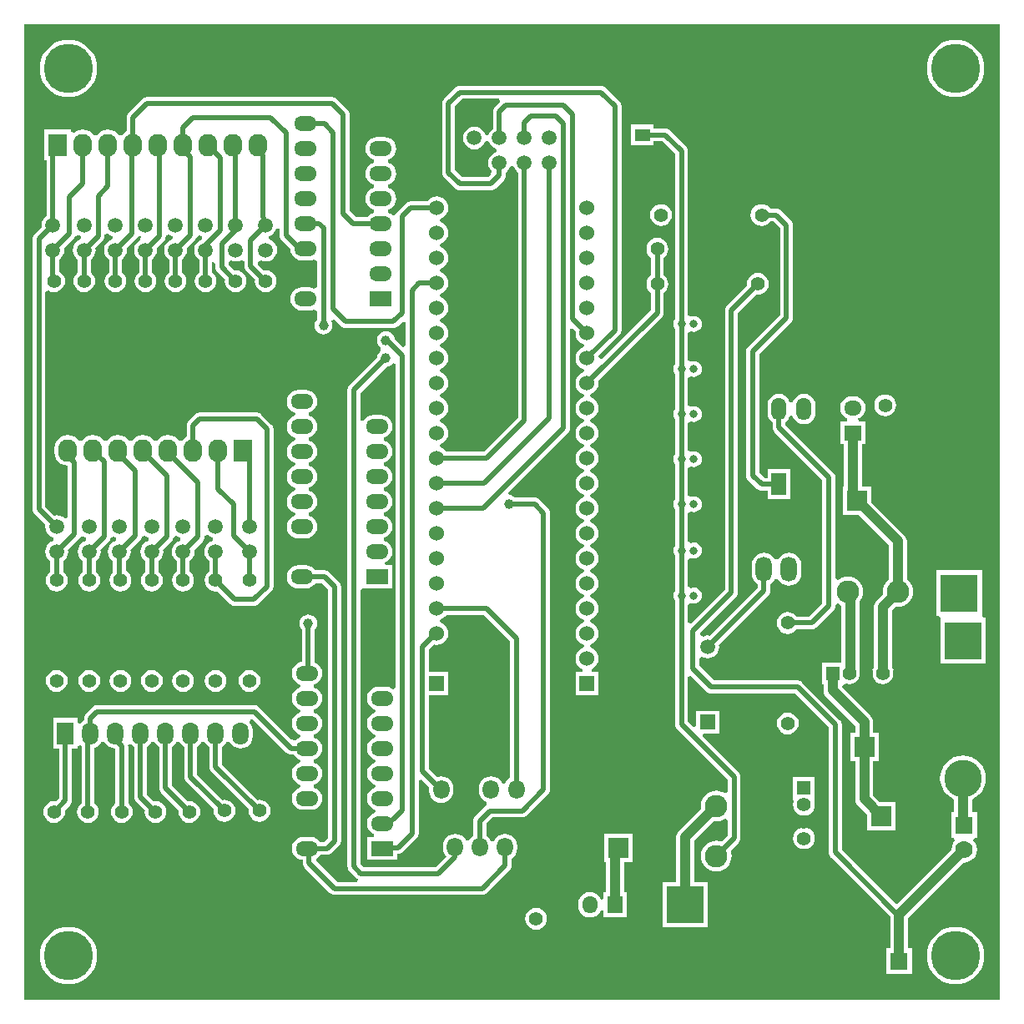
<source format=gtl>
G04*
G04 #@! TF.GenerationSoftware,Altium Limited,Altium Designer,21.3.2 (30)*
G04*
G04 Layer_Physical_Order=1*
G04 Layer_Color=255*
%FSTAX24Y24*%
%MOIN*%
G70*
G04*
G04 #@! TF.SameCoordinates,1AC0675F-A7BC-4776-8E39-8DD75055E93B*
G04*
G04*
G04 #@! TF.FilePolarity,Positive*
G04*
G01*
G75*
%ADD54C,0.0197*%
%ADD55C,0.0394*%
%ADD56O,0.0650X0.0750*%
%ADD57C,0.0551*%
%ADD58C,0.0591*%
%ADD59C,0.0600*%
%ADD60R,0.0600X0.0600*%
%ADD61R,0.0700X0.0700*%
%ADD62C,0.0700*%
%ADD63R,0.1500X0.1500*%
%ADD64C,0.1500*%
%ADD65R,0.0700X0.0700*%
%ADD66C,0.0827*%
%ADD67R,0.0827X0.0827*%
%ADD68R,0.0591X0.0591*%
%ADD69O,0.0660X0.1000*%
%ADD70C,0.0900*%
%ADD71R,0.0551X0.0551*%
%ADD72R,0.0827X0.0827*%
%ADD73R,0.1500X0.1500*%
%ADD74O,0.0600X0.0700*%
%ADD75R,0.0600X0.0700*%
%ADD76C,0.0315*%
%ADD77R,0.0900X0.0600*%
%ADD78O,0.0900X0.0600*%
%ADD79R,0.0591X0.0512*%
%ADD80O,0.0591X0.0512*%
%ADD81O,0.0600X0.0900*%
%ADD82R,0.0600X0.0900*%
%ADD83O,0.0700X0.0600*%
%ADD84R,0.0700X0.0600*%
%ADD85O,0.0750X0.0900*%
%ADD86R,0.0750X0.0900*%
%ADD87O,0.0650X0.0900*%
%ADD88R,0.0650X0.0900*%
%ADD89R,0.0551X0.0551*%
%ADD90C,0.0394*%
%ADD91C,0.1969*%
G36*
X047048Y002601D02*
X008101D01*
Y041548D01*
X047048D01*
Y002601D01*
D02*
G37*
%LPC*%
G36*
X045291Y040936D02*
X045111Y040922D01*
X044937Y04088D01*
X044771Y040811D01*
X044617Y040717D01*
X044481Y0406D01*
X044364Y040464D01*
X04427Y040311D01*
X044201Y040144D01*
X044159Y03997D01*
X044145Y039791D01*
X044159Y039611D01*
X044201Y039437D01*
X04427Y039271D01*
X044364Y039117D01*
X044481Y038981D01*
X044617Y038864D01*
X044771Y03877D01*
X044937Y038701D01*
X045111Y038659D01*
X045291Y038645D01*
X04547Y038659D01*
X045644Y038701D01*
X04581Y03877D01*
X045964Y038864D01*
X0461Y038981D01*
X046217Y039117D01*
X046311Y039271D01*
X04638Y039437D01*
X046422Y039611D01*
X046436Y039791D01*
X046422Y03997D01*
X04638Y040144D01*
X046311Y040311D01*
X046217Y040464D01*
X0461Y0406D01*
X045964Y040717D01*
X04581Y040811D01*
X045644Y04088D01*
X04547Y040922D01*
X045291Y040936D01*
D02*
G37*
G36*
X009857D02*
X009678Y040922D01*
X009504Y04088D01*
X009338Y040811D01*
X009184Y040717D01*
X009048Y0406D01*
X008931Y040464D01*
X008837Y040311D01*
X008768Y040144D01*
X008726Y03997D01*
X008712Y039791D01*
X008726Y039611D01*
X008768Y039437D01*
X008837Y039271D01*
X008931Y039117D01*
X009048Y038981D01*
X009184Y038864D01*
X009338Y03877D01*
X009504Y038701D01*
X009678Y038659D01*
X009857Y038645D01*
X010037Y038659D01*
X010211Y038701D01*
X010377Y03877D01*
X010531Y038864D01*
X010667Y038981D01*
X010784Y039117D01*
X010878Y039271D01*
X010947Y039437D01*
X010989Y039611D01*
X011003Y039791D01*
X010989Y03997D01*
X010947Y040144D01*
X010878Y040311D01*
X010784Y040464D01*
X010667Y0406D01*
X010531Y040717D01*
X010377Y040811D01*
X010211Y04088D01*
X010037Y040922D01*
X009857Y040936D01*
D02*
G37*
G36*
X033531Y034376D02*
X033418Y034361D01*
X033313Y034317D01*
X033222Y034248D01*
X033153Y034157D01*
X033109Y034052D01*
X033094Y033939D01*
X033109Y033826D01*
X033153Y033721D01*
X033222Y03363D01*
X033313Y033561D01*
X033418Y033517D01*
X033531Y033502D01*
X033644Y033517D01*
X033749Y033561D01*
X03384Y03363D01*
X033909Y033721D01*
X033953Y033826D01*
X033968Y033939D01*
X033953Y034052D01*
X033909Y034157D01*
X03384Y034248D01*
X033749Y034317D01*
X033644Y034361D01*
X033531Y034376D01*
D02*
G37*
G36*
X033242Y037552D02*
X032336D01*
Y036726D01*
X033242D01*
Y036881D01*
X033601D01*
X034089Y036393D01*
Y02977D01*
X034072Y029748D01*
X03404Y029671D01*
X034029Y029589D01*
X03404Y029507D01*
X034072Y02943D01*
X034089Y029408D01*
Y02797D01*
X034072Y027948D01*
X03404Y027871D01*
X034029Y027789D01*
X03404Y027707D01*
X034072Y02763D01*
X034089Y027608D01*
Y02617D01*
X034072Y026148D01*
X03404Y026071D01*
X034029Y025989D01*
X03404Y025907D01*
X034072Y02583D01*
X034089Y025808D01*
Y02437D01*
X034072Y024348D01*
X03404Y024271D01*
X034029Y024189D01*
X03404Y024107D01*
X034072Y02403D01*
X034089Y024008D01*
Y02257D01*
X034072Y022548D01*
X03404Y022471D01*
X034029Y022389D01*
X03404Y022307D01*
X034072Y02223D01*
X034089Y022208D01*
Y02072D01*
X034072Y020698D01*
X03404Y020621D01*
X034029Y020539D01*
X03404Y020457D01*
X034072Y02038D01*
X034089Y020358D01*
Y01892D01*
X034072Y018898D01*
X03404Y018821D01*
X034029Y018739D01*
X03404Y018657D01*
X034072Y01858D01*
X034089Y018558D01*
Y013603D01*
X034098Y013536D01*
X034123Y013474D01*
X034164Y013421D01*
X036192Y011393D01*
Y010906D01*
X036078Y010847D01*
X035973Y010903D01*
X035858Y010938D01*
X035739Y010949D01*
X03562Y010938D01*
X035505Y010903D01*
X0354Y010847D01*
X035307Y010771D01*
X035231Y010678D01*
X035175Y010573D01*
X03514Y010458D01*
X035129Y010339D01*
X035138Y010243D01*
X034236Y009342D01*
X034179Y009268D01*
X034144Y009181D01*
X034132Y009089D01*
Y007296D01*
X033582D01*
Y005482D01*
X035396D01*
Y007296D01*
X034846D01*
Y008941D01*
X035643Y009738D01*
X035739Y009729D01*
X035858Y00974D01*
X035973Y009775D01*
X036078Y009831D01*
X036192Y009772D01*
Y009157D01*
X035946Y008911D01*
X035858Y008938D01*
X035739Y008949D01*
X03562Y008938D01*
X035505Y008903D01*
X0354Y008847D01*
X035307Y008771D01*
X035231Y008678D01*
X035175Y008573D01*
X03514Y008458D01*
X035129Y008339D01*
X03514Y00822D01*
X035175Y008105D01*
X035231Y008D01*
X035307Y007907D01*
X0354Y007831D01*
X035505Y007775D01*
X03562Y00774D01*
X035739Y007729D01*
X035858Y00774D01*
X035973Y007775D01*
X036078Y007831D01*
X036171Y007907D01*
X036247Y008D01*
X036303Y008105D01*
X036338Y00822D01*
X036349Y008339D01*
X036338Y008458D01*
X036311Y008546D01*
X036633Y008867D01*
X036674Y008921D01*
X036699Y008983D01*
X036708Y00905D01*
Y0115D01*
X036699Y011567D01*
X036674Y011629D01*
X036633Y011683D01*
X035188Y013127D01*
X035233Y013236D01*
X035847D01*
Y014142D01*
X034941D01*
Y013528D01*
X034832Y013483D01*
X034605Y01371D01*
Y015491D01*
X034723Y01554D01*
X035356Y014906D01*
X03541Y014865D01*
X035472Y01484D01*
X035539Y014831D01*
X038882D01*
X040231Y013482D01*
Y008489D01*
X04024Y008422D01*
X040265Y00836D01*
X040306Y008306D01*
X042682Y005931D01*
Y004646D01*
X042531D01*
Y003632D01*
X043546D01*
Y004646D01*
X043396D01*
Y005841D01*
X045633Y008078D01*
X045639Y008077D01*
X045771Y008095D01*
X045895Y008146D01*
X046001Y008227D01*
X046082Y008333D01*
X046133Y008457D01*
X046151Y008589D01*
X046133Y008721D01*
X046082Y008845D01*
X046003Y008948D01*
X046006Y008963D01*
X046045Y009066D01*
X046146D01*
Y010081D01*
X045951D01*
Y010604D01*
X046096Y010681D01*
X046234Y010794D01*
X046347Y010932D01*
X046431Y01109D01*
X046483Y011261D01*
X046501Y011439D01*
X046483Y011617D01*
X046431Y011788D01*
X046347Y011946D01*
X046234Y012084D01*
X046096Y012197D01*
X045938Y012281D01*
X045767Y012333D01*
X045589Y012351D01*
X045411Y012333D01*
X04524Y012281D01*
X045082Y012197D01*
X044944Y012084D01*
X044831Y011946D01*
X044747Y011788D01*
X044695Y011617D01*
X044677Y011439D01*
X044695Y011261D01*
X044747Y01109D01*
X044831Y010932D01*
X044944Y010794D01*
X045082Y010681D01*
X045237Y010598D01*
Y010081D01*
X045132D01*
Y009066D01*
X045233D01*
X045272Y008963D01*
X045275Y008948D01*
X045196Y008845D01*
X045145Y008721D01*
X045127Y008589D01*
X045128Y008583D01*
X042944Y006399D01*
X040747Y008596D01*
Y013589D01*
X040738Y013656D01*
X040713Y013718D01*
X040671Y013771D01*
X039171Y015271D01*
X039118Y015313D01*
X039056Y015338D01*
X038989Y015347D01*
X035646D01*
X035047Y015946D01*
Y016232D01*
X035161Y016293D01*
X035271Y016248D01*
X035389Y016232D01*
X035507Y016248D01*
X035617Y016293D01*
X035712Y016366D01*
X035784Y016461D01*
X03583Y016571D01*
X035846Y016689D01*
X035835Y01677D01*
X037821Y018756D01*
X037863Y01881D01*
X037888Y018872D01*
X037897Y018939D01*
Y019203D01*
X037987Y019271D01*
X038065Y019373D01*
X038075Y019398D01*
X038203D01*
X038213Y019373D01*
X038291Y019271D01*
X038393Y019193D01*
X038512Y019144D01*
X038639Y019127D01*
X038766Y019144D01*
X038885Y019193D01*
X038987Y019271D01*
X039065Y019373D01*
X039114Y019492D01*
X039131Y019619D01*
Y019959D01*
X039114Y020086D01*
X039065Y020205D01*
X038987Y020307D01*
X038885Y020385D01*
X038766Y020434D01*
X038639Y020451D01*
X038512Y020434D01*
X038393Y020385D01*
X038291Y020307D01*
X038213Y020205D01*
X038203Y02018D01*
X038075D01*
X038065Y020205D01*
X037987Y020307D01*
X037885Y020385D01*
X037766Y020434D01*
X037639Y020451D01*
X037512Y020434D01*
X037393Y020385D01*
X037291Y020307D01*
X037213Y020205D01*
X037164Y020086D01*
X037147Y019959D01*
Y019619D01*
X037164Y019492D01*
X037213Y019373D01*
X037291Y019271D01*
X037381Y019203D01*
Y019046D01*
X03547Y017135D01*
X035389Y017146D01*
X035271Y01713D01*
X035212Y017106D01*
X035095Y017174D01*
X035087Y017252D01*
X036521Y018686D01*
X036563Y01874D01*
X036588Y018802D01*
X036597Y018869D01*
Y030024D01*
X037333Y030761D01*
X037397Y030752D01*
X03751Y030767D01*
X037615Y030811D01*
X037706Y03088D01*
X037775Y030971D01*
X037819Y031076D01*
X037834Y031189D01*
X037819Y031302D01*
X037775Y031407D01*
X037706Y031498D01*
X037615Y031567D01*
X03751Y031611D01*
X037397Y031626D01*
X037284Y031611D01*
X037178Y031567D01*
X037088Y031498D01*
X037019Y031407D01*
X036975Y031302D01*
X03696Y031189D01*
X036968Y031126D01*
X036156Y030314D01*
X036115Y03026D01*
X03609Y030198D01*
X036081Y030131D01*
Y018976D01*
X034723Y017618D01*
X034605Y017667D01*
Y018373D01*
X034622Y018394D01*
X034723Y018446D01*
X034757Y018432D01*
X034839Y018421D01*
X034921Y018432D01*
X034998Y018464D01*
X035064Y018514D01*
X035114Y01858D01*
X035146Y018657D01*
X035157Y018739D01*
X035146Y018821D01*
X035114Y018898D01*
X035064Y018964D01*
X034998Y019014D01*
X034921Y019046D01*
X034839Y019057D01*
X034757Y019046D01*
X034723Y019032D01*
X034622Y019084D01*
X034605Y019105D01*
Y020173D01*
X034622Y020194D01*
X034723Y020246D01*
X034757Y020232D01*
X034839Y020221D01*
X034921Y020232D01*
X034998Y020264D01*
X035064Y020314D01*
X035114Y02038D01*
X035146Y020457D01*
X035157Y020539D01*
X035146Y020621D01*
X035114Y020698D01*
X035064Y020764D01*
X034998Y020814D01*
X034921Y020846D01*
X034839Y020857D01*
X034757Y020846D01*
X034723Y020832D01*
X034622Y020884D01*
X034605Y020905D01*
Y022023D01*
X034622Y022044D01*
X034723Y022096D01*
X034757Y022082D01*
X034839Y022071D01*
X034921Y022082D01*
X034998Y022114D01*
X035064Y022164D01*
X035114Y02223D01*
X035146Y022307D01*
X035157Y022389D01*
X035146Y022471D01*
X035114Y022548D01*
X035064Y022614D01*
X034998Y022664D01*
X034921Y022696D01*
X034839Y022707D01*
X034757Y022696D01*
X034723Y022682D01*
X034622Y022734D01*
X034605Y022755D01*
Y023823D01*
X034622Y023844D01*
X034723Y023896D01*
X034757Y023882D01*
X034839Y023871D01*
X034921Y023882D01*
X034998Y023914D01*
X035064Y023964D01*
X035114Y02403D01*
X035146Y024107D01*
X035157Y024189D01*
X035146Y024271D01*
X035114Y024348D01*
X035064Y024414D01*
X034998Y024464D01*
X034921Y024496D01*
X034839Y024507D01*
X034757Y024496D01*
X034723Y024482D01*
X034622Y024534D01*
X034605Y024555D01*
Y025623D01*
X034622Y025644D01*
X034723Y025696D01*
X034757Y025682D01*
X034839Y025671D01*
X034921Y025682D01*
X034998Y025714D01*
X035064Y025764D01*
X035114Y02583D01*
X035146Y025907D01*
X035157Y025989D01*
X035146Y026071D01*
X035114Y026148D01*
X035064Y026214D01*
X034998Y026264D01*
X034921Y026296D01*
X034839Y026307D01*
X034757Y026296D01*
X034723Y026282D01*
X034622Y026334D01*
X034605Y026355D01*
Y027423D01*
X034622Y027444D01*
X034723Y027496D01*
X034757Y027482D01*
X034839Y027471D01*
X034921Y027482D01*
X034998Y027514D01*
X035064Y027564D01*
X035114Y02763D01*
X035146Y027707D01*
X035157Y027789D01*
X035146Y027871D01*
X035114Y027948D01*
X035064Y028014D01*
X034998Y028064D01*
X034921Y028096D01*
X034839Y028107D01*
X034757Y028096D01*
X034723Y028082D01*
X034622Y028134D01*
X034605Y028155D01*
Y029223D01*
X034622Y029244D01*
X034723Y029296D01*
X034757Y029282D01*
X034839Y029271D01*
X034921Y029282D01*
X034998Y029314D01*
X035064Y029364D01*
X035114Y02943D01*
X035146Y029507D01*
X035157Y029589D01*
X035146Y029671D01*
X035114Y029748D01*
X035064Y029814D01*
X034998Y029864D01*
X034921Y029896D01*
X034839Y029907D01*
X034757Y029896D01*
X034723Y029882D01*
X034622Y029934D01*
X034605Y029955D01*
Y0365D01*
X034596Y036567D01*
X03457Y036629D01*
X034529Y036683D01*
X03389Y037321D01*
X033837Y037363D01*
X033775Y037388D01*
X033708Y037397D01*
X033242D01*
Y037552D01*
D02*
G37*
G36*
X039239Y0268D02*
X03912Y026785D01*
X039008Y026739D01*
X038913Y026665D01*
X038839Y02657D01*
X038801Y026476D01*
X038739Y026467D01*
X038677Y026476D01*
X038639Y02657D01*
X038565Y026665D01*
X03847Y026739D01*
X038358Y026785D01*
X038239Y0268D01*
X03812Y026785D01*
X038008Y026739D01*
X037913Y026665D01*
X037839Y02657D01*
X037793Y026458D01*
X037778Y026339D01*
Y026039D01*
X037793Y02592D01*
X037839Y025808D01*
X037913Y025713D01*
X037981Y02566D01*
Y025451D01*
X03799Y025384D01*
X038015Y025322D01*
X038056Y025269D01*
X039972Y023353D01*
Y018437D01*
X03944Y017905D01*
X038937D01*
X038898Y017956D01*
X038807Y018025D01*
X038702Y018069D01*
X038589Y018084D01*
X038476Y018069D01*
X038371Y018025D01*
X03828Y017956D01*
X038211Y017865D01*
X038167Y01776D01*
X038152Y017647D01*
X038167Y017534D01*
X038211Y017428D01*
X03828Y017338D01*
X038371Y017269D01*
X038476Y017225D01*
X038589Y01721D01*
X038702Y017225D01*
X038807Y017269D01*
X038898Y017338D01*
X038937Y017389D01*
X039547D01*
X039614Y017398D01*
X039676Y017423D01*
X039729Y017464D01*
X040413Y018147D01*
X040454Y018201D01*
X040479Y018263D01*
X040488Y01833D01*
Y018361D01*
X040606Y018417D01*
X04065Y018381D01*
X040732Y018338D01*
Y016072D01*
X039946D01*
Y015206D01*
X040021D01*
Y014949D01*
X040034Y014857D01*
X040069Y014771D01*
X040126Y014697D01*
X041293Y01353D01*
Y01326D01*
X041079D01*
Y012118D01*
X041293D01*
Y010617D01*
X041305Y010524D01*
X04134Y010438D01*
X041397Y010364D01*
X041768Y009993D01*
Y009357D01*
X04291D01*
Y010499D01*
X042274D01*
X042007Y010765D01*
Y012118D01*
X042221D01*
Y01326D01*
X042007D01*
Y013678D01*
X041995Y01377D01*
X04196Y013857D01*
X041903Y013931D01*
X040746Y015088D01*
X040749Y015114D01*
X040812Y015206D01*
X04093Y015219D01*
X040936Y015217D01*
X041049Y015202D01*
X041162Y015217D01*
X041267Y015261D01*
X041358Y01533D01*
X041427Y015421D01*
X041471Y015526D01*
X041486Y015639D01*
X041471Y015752D01*
X041446Y015811D01*
Y018489D01*
X041497Y01855D01*
X041553Y018655D01*
X041588Y01877D01*
X041599Y018889D01*
X041588Y019008D01*
X041553Y019123D01*
X041497Y019228D01*
X041421Y019321D01*
X041328Y019397D01*
X041223Y019453D01*
X041108Y019488D01*
X040989Y019499D01*
X04087Y019488D01*
X040755Y019453D01*
X04065Y019397D01*
X040606Y019361D01*
X040488Y019417D01*
Y02346D01*
X040479Y023527D01*
X040454Y023589D01*
X040413Y023643D01*
X038505Y02555D01*
X03851Y025671D01*
X038565Y025713D01*
X038639Y025808D01*
X038677Y025902D01*
X038739Y025911D01*
X038801Y025902D01*
X038839Y025808D01*
X038913Y025713D01*
X039008Y025639D01*
X03912Y025593D01*
X039239Y025578D01*
X039358Y025593D01*
X03947Y025639D01*
X039565Y025713D01*
X039639Y025808D01*
X039685Y02592D01*
X0397Y026039D01*
Y026339D01*
X039685Y026458D01*
X039639Y02657D01*
X039565Y026665D01*
X03947Y026739D01*
X039358Y026785D01*
X039239Y0268D01*
D02*
G37*
G36*
X042481Y026776D02*
X042368Y026761D01*
X042263Y026717D01*
X042172Y026648D01*
X042103Y026557D01*
X042059Y026452D01*
X042044Y026339D01*
X042059Y026226D01*
X042103Y026121D01*
X042172Y02603D01*
X042263Y025961D01*
X042368Y025917D01*
X042481Y025902D01*
X042594Y025917D01*
X042699Y025961D01*
X04279Y02603D01*
X042859Y026121D01*
X042903Y026226D01*
X042918Y026339D01*
X042903Y026452D01*
X042859Y026557D01*
X04279Y026648D01*
X042699Y026717D01*
X042594Y026761D01*
X042481Y026776D01*
D02*
G37*
G36*
X031139Y039097D02*
X025489D01*
X025422Y039088D01*
X02536Y039063D01*
X025306Y039021D01*
X024856Y038571D01*
X024815Y038518D01*
X02479Y038456D01*
X024781Y038389D01*
Y035639D01*
X02479Y035572D01*
X024815Y03551D01*
X024856Y035456D01*
X025306Y035006D01*
X02536Y034965D01*
X025422Y03494D01*
X025489Y034931D01*
X026739D01*
X026806Y03494D01*
X026868Y034965D01*
X026921Y035006D01*
X027257Y035342D01*
X027298Y035395D01*
X027323Y035457D01*
X027332Y035524D01*
Y035643D01*
X027397Y035692D01*
X027469Y035787D01*
X027515Y035897D01*
X027633D01*
X027679Y035787D01*
X027751Y035692D01*
X027816Y035643D01*
Y025831D01*
X026467Y024482D01*
X024953D01*
X0249Y02455D01*
X024805Y024624D01*
X024711Y024662D01*
X024702Y024724D01*
X024711Y024786D01*
X024805Y024824D01*
X0249Y024898D01*
X024974Y024993D01*
X02502Y025105D01*
X025035Y025224D01*
X02502Y025343D01*
X024974Y025455D01*
X0249Y02555D01*
X024805Y025624D01*
X024711Y025662D01*
X024702Y025724D01*
X024711Y025786D01*
X024805Y025824D01*
X0249Y025898D01*
X024974Y025993D01*
X02502Y026105D01*
X025035Y026224D01*
X02502Y026343D01*
X024974Y026455D01*
X0249Y02655D01*
X024805Y026624D01*
X024711Y026662D01*
X024702Y026724D01*
X024711Y026786D01*
X024805Y026824D01*
X0249Y026898D01*
X024974Y026993D01*
X02502Y027105D01*
X025035Y027224D01*
X02502Y027343D01*
X024974Y027455D01*
X0249Y02755D01*
X024805Y027624D01*
X024711Y027662D01*
X024702Y027724D01*
X024711Y027786D01*
X024805Y027824D01*
X0249Y027898D01*
X024974Y027993D01*
X02502Y028105D01*
X025035Y028224D01*
X02502Y028343D01*
X024974Y028455D01*
X0249Y02855D01*
X024805Y028624D01*
X024711Y028662D01*
X024702Y028724D01*
X024711Y028786D01*
X024805Y028824D01*
X0249Y028898D01*
X024974Y028993D01*
X02502Y029105D01*
X025035Y029224D01*
X02502Y029343D01*
X024974Y029455D01*
X0249Y02955D01*
X024805Y029624D01*
X024711Y029662D01*
X024702Y029724D01*
X024711Y029786D01*
X024805Y029824D01*
X0249Y029898D01*
X024974Y029993D01*
X02502Y030105D01*
X025035Y030224D01*
X02502Y030343D01*
X024974Y030455D01*
X0249Y03055D01*
X024805Y030624D01*
X024711Y030662D01*
X024702Y030724D01*
X024711Y030786D01*
X024805Y030824D01*
X0249Y030898D01*
X024974Y030993D01*
X02502Y031105D01*
X025035Y031224D01*
X02502Y031343D01*
X024974Y031455D01*
X0249Y03155D01*
X024805Y031624D01*
X024711Y031662D01*
X024702Y031724D01*
X024711Y031786D01*
X024805Y031824D01*
X0249Y031898D01*
X024974Y031993D01*
X02502Y032105D01*
X025035Y032224D01*
X02502Y032343D01*
X024974Y032455D01*
X0249Y03255D01*
X024805Y032624D01*
X024711Y032662D01*
X024702Y032724D01*
X024711Y032786D01*
X024805Y032824D01*
X0249Y032898D01*
X024974Y032993D01*
X02502Y033105D01*
X025035Y033224D01*
X02502Y033343D01*
X024974Y033455D01*
X0249Y03355D01*
X024805Y033624D01*
X024711Y033662D01*
X024702Y033724D01*
X024711Y033786D01*
X024805Y033824D01*
X0249Y033898D01*
X024974Y033993D01*
X02502Y034105D01*
X025035Y034224D01*
X02502Y034343D01*
X024974Y034455D01*
X0249Y03455D01*
X024805Y034624D01*
X024693Y03467D01*
X024574Y034685D01*
X024455Y03467D01*
X024343Y034624D01*
X024248Y03455D01*
X024195Y034482D01*
X023524D01*
X023457Y034473D01*
X023395Y034448D01*
X023342Y034407D01*
X023006Y034071D01*
X022965Y034018D01*
X02294Y033956D01*
X022939Y033948D01*
X022815Y033915D01*
X02272Y033989D01*
X022626Y034027D01*
X022617Y034089D01*
X022626Y034151D01*
X02272Y034189D01*
X022815Y034263D01*
X022889Y034358D01*
X022935Y03447D01*
X02295Y034589D01*
X022935Y034708D01*
X022889Y03482D01*
X022815Y034915D01*
X02272Y034989D01*
X022626Y035027D01*
X022617Y035089D01*
X022626Y035151D01*
X02272Y035189D01*
X022815Y035263D01*
X022889Y035358D01*
X022935Y03547D01*
X02295Y035589D01*
X022935Y035708D01*
X022889Y03582D01*
X022815Y035915D01*
X02272Y035989D01*
X022626Y036027D01*
X022617Y036089D01*
X022626Y036151D01*
X02272Y036189D01*
X022815Y036263D01*
X022889Y036358D01*
X022935Y03647D01*
X02295Y036589D01*
X022935Y036708D01*
X022889Y03682D01*
X022815Y036915D01*
X02272Y036989D01*
X022608Y037035D01*
X022489Y03705D01*
X022189D01*
X02207Y037035D01*
X021958Y036989D01*
X021863Y036915D01*
X021789Y03682D01*
X021743Y036708D01*
X021728Y036589D01*
X021743Y03647D01*
X021789Y036358D01*
X021863Y036263D01*
X021958Y036189D01*
X022052Y036151D01*
X022061Y036089D01*
X022052Y036027D01*
X021958Y035989D01*
X021863Y035915D01*
X021789Y03582D01*
X021743Y035708D01*
X021728Y035589D01*
X021743Y03547D01*
X021789Y035358D01*
X021863Y035263D01*
X021958Y035189D01*
X022052Y035151D01*
X022061Y035089D01*
X022052Y035027D01*
X021958Y034989D01*
X021863Y034915D01*
X021789Y03482D01*
X021743Y034708D01*
X021728Y034589D01*
X021743Y03447D01*
X021789Y034358D01*
X021863Y034263D01*
X021958Y034189D01*
X022052Y034151D01*
X022061Y034089D01*
X022052Y034027D01*
X021958Y033989D01*
X021863Y033915D01*
X02181Y033847D01*
X021346D01*
X021088Y034105D01*
Y037948D01*
X021079Y038015D01*
X021054Y038077D01*
X021013Y03813D01*
X02057Y038573D01*
X020517Y038614D01*
X020455Y038639D01*
X020388Y038648D01*
X013D01*
X012933Y038639D01*
X012871Y038614D01*
X012817Y038573D01*
X012256Y038011D01*
X012215Y037958D01*
X01219Y037896D01*
X012181Y037829D01*
Y037283D01*
X01217Y037279D01*
X012059Y037194D01*
X012011Y03713D01*
X011997Y037124D01*
X011881D01*
X011867Y03713D01*
X011819Y037194D01*
X011708Y037279D01*
X011578Y037333D01*
X011439Y037351D01*
X0113Y037333D01*
X01117Y037279D01*
X011059Y037194D01*
X011011Y03713D01*
X010997Y037124D01*
X010881D01*
X010867Y03713D01*
X010819Y037194D01*
X010708Y037279D01*
X010578Y037333D01*
X010439Y037351D01*
X0103Y037333D01*
X01017Y037279D01*
X01009Y037217D01*
X00999Y037253D01*
X009971Y037269D01*
Y037346D01*
X008906D01*
Y036131D01*
X008981D01*
Y033912D01*
X008916Y033862D01*
X008844Y033767D01*
X008798Y033657D01*
X008782Y033539D01*
X008793Y033458D01*
X008497Y033163D01*
X008456Y033109D01*
X008431Y033047D01*
X008422Y03298D01*
Y022198D01*
X008431Y022131D01*
X008456Y022069D01*
X008497Y022015D01*
X008943Y02157D01*
X008932Y021489D01*
X008948Y021371D01*
X008993Y021261D01*
X009066Y021166D01*
X009161Y021093D01*
X009271Y021048D01*
Y02093D01*
X009161Y020884D01*
X009066Y020812D01*
X008993Y020717D01*
X008948Y020607D01*
X008932Y020489D01*
X008948Y020371D01*
X008993Y020261D01*
X009066Y020166D01*
X009131Y020116D01*
Y019695D01*
X00908Y019656D01*
X009011Y019565D01*
X008967Y01946D01*
X008952Y019347D01*
X008967Y019234D01*
X009011Y019128D01*
X00908Y019038D01*
X009171Y018969D01*
X009276Y018925D01*
X009389Y01891D01*
X009502Y018925D01*
X009607Y018969D01*
X009698Y019038D01*
X009767Y019128D01*
X009811Y019234D01*
X009826Y019347D01*
X009811Y01946D01*
X009767Y019565D01*
X009698Y019656D01*
X009647Y019695D01*
Y020116D01*
X009712Y020166D01*
X009784Y020261D01*
X00983Y020371D01*
X009846Y020489D01*
X009835Y02057D01*
X010271Y021006D01*
X010313Y02106D01*
X010401Y021099D01*
X010439Y021103D01*
X010452Y0211D01*
X010461Y021093D01*
X010571Y021048D01*
Y02093D01*
X010461Y020884D01*
X010366Y020812D01*
X010294Y020717D01*
X010248Y020607D01*
X010232Y020489D01*
X010248Y020371D01*
X010294Y020261D01*
X010366Y020166D01*
X010431Y020116D01*
Y019695D01*
X01038Y019656D01*
X010311Y019565D01*
X010267Y01946D01*
X010252Y019347D01*
X010267Y019234D01*
X010311Y019128D01*
X01038Y019038D01*
X010471Y018969D01*
X010576Y018925D01*
X010689Y01891D01*
X010802Y018925D01*
X010907Y018969D01*
X010998Y019038D01*
X011067Y019128D01*
X011111Y019234D01*
X011126Y019347D01*
X011111Y01946D01*
X011067Y019565D01*
X010998Y019656D01*
X010947Y019695D01*
Y020116D01*
X011012Y020166D01*
X011084Y020261D01*
X01113Y020371D01*
X011146Y020489D01*
X011135Y02057D01*
X011473Y020907D01*
X011514Y020961D01*
X011539Y021023D01*
X011541Y021036D01*
X011659Y021093D01*
X011661Y021093D01*
X011771Y021048D01*
Y02093D01*
X011661Y020884D01*
X011566Y020812D01*
X011494Y020717D01*
X011448Y020607D01*
X011432Y020489D01*
X011448Y020371D01*
X011494Y020261D01*
X011566Y020166D01*
X011631Y020116D01*
Y019656D01*
X01163Y019656D01*
X011561Y019565D01*
X011517Y01946D01*
X011502Y019347D01*
X011517Y019234D01*
X011561Y019128D01*
X01163Y019038D01*
X011721Y018969D01*
X011826Y018925D01*
X011939Y01891D01*
X012052Y018925D01*
X012157Y018969D01*
X012248Y019038D01*
X012317Y019128D01*
X012361Y019234D01*
X012376Y019347D01*
X012361Y01946D01*
X012317Y019565D01*
X012248Y019656D01*
X012157Y019725D01*
X012147Y019729D01*
Y020116D01*
X012212Y020166D01*
X012284Y020261D01*
X01233Y020371D01*
X012346Y020489D01*
X012335Y02057D01*
X012721Y020956D01*
X012763Y02101D01*
X012788Y021072D01*
X012789Y021081D01*
X012912Y021131D01*
X012961Y021093D01*
X013071Y021048D01*
Y02093D01*
X012961Y020884D01*
X012866Y020812D01*
X012794Y020717D01*
X012748Y020607D01*
X012732Y020489D01*
X012748Y020371D01*
X012794Y020261D01*
X012866Y020166D01*
X012931Y020116D01*
Y019695D01*
X01288Y019656D01*
X012811Y019565D01*
X012767Y01946D01*
X012752Y019347D01*
X012767Y019234D01*
X012811Y019128D01*
X01288Y019038D01*
X012971Y018969D01*
X013076Y018925D01*
X013189Y01891D01*
X013302Y018925D01*
X013407Y018969D01*
X013498Y019038D01*
X013567Y019128D01*
X013611Y019234D01*
X013626Y019347D01*
X013611Y01946D01*
X013567Y019565D01*
X013498Y019656D01*
X013447Y019695D01*
Y020116D01*
X013512Y020166D01*
X013584Y020261D01*
X01363Y020371D01*
X013646Y020489D01*
X013635Y02057D01*
X013973Y020907D01*
X014014Y020961D01*
X014039Y021023D01*
X014046Y021071D01*
X014093Y021104D01*
X014166Y021128D01*
X014211Y021093D01*
X014321Y021048D01*
Y02093D01*
X014211Y020884D01*
X014116Y020812D01*
X014044Y020717D01*
X013998Y020607D01*
X013982Y020489D01*
X013998Y020371D01*
X014044Y020261D01*
X014116Y020166D01*
X014181Y020116D01*
Y019695D01*
X01413Y019656D01*
X014061Y019565D01*
X014017Y01946D01*
X014002Y019347D01*
X014017Y019234D01*
X014061Y019128D01*
X01413Y019038D01*
X014221Y018969D01*
X014326Y018925D01*
X014439Y01891D01*
X014552Y018925D01*
X014657Y018969D01*
X014748Y019038D01*
X014817Y019128D01*
X014861Y019234D01*
X014876Y019347D01*
X014861Y01946D01*
X014817Y019565D01*
X014748Y019656D01*
X014697Y019695D01*
Y020116D01*
X014762Y020166D01*
X014834Y020261D01*
X01488Y020371D01*
X014896Y020489D01*
X014885Y02057D01*
X015223Y020907D01*
X015264Y020961D01*
X015289Y021023D01*
X015298Y02109D01*
Y021126D01*
X015416Y021166D01*
X015511Y021093D01*
X015621Y021048D01*
Y02093D01*
X015511Y020884D01*
X015416Y020812D01*
X015344Y020717D01*
X015298Y020607D01*
X015282Y020489D01*
X015298Y020371D01*
X015344Y020261D01*
X015416Y020166D01*
X015481Y020116D01*
Y019695D01*
X01543Y019656D01*
X015361Y019565D01*
X015317Y01946D01*
X015302Y019347D01*
X015317Y019234D01*
X015361Y019128D01*
X01543Y019038D01*
X015521Y018969D01*
X015626Y018925D01*
X015739Y01891D01*
X015802Y018918D01*
X016325Y018396D01*
X016378Y018355D01*
X01644Y018329D01*
X016507Y018321D01*
X017269D01*
X017336Y018329D01*
X017398Y018355D01*
X017451Y018396D01*
X017971Y018916D01*
X018013Y01897D01*
X018038Y019032D01*
X018047Y019099D01*
Y025389D01*
X018038Y025456D01*
X018013Y025518D01*
X017971Y025571D01*
X017571Y025971D01*
X017518Y026013D01*
X017456Y026038D01*
X017389Y026047D01*
X015089D01*
X015022Y026038D01*
X01496Y026013D01*
X014906Y025971D01*
X014656Y025721D01*
X014615Y025668D01*
X01459Y025606D01*
X014581Y025539D01*
Y025083D01*
X01457Y025079D01*
X014459Y024994D01*
X014411Y02493D01*
X014397Y024924D01*
X014281D01*
X014267Y02493D01*
X014219Y024994D01*
X014108Y025079D01*
X013978Y025133D01*
X013839Y025151D01*
X0137Y025133D01*
X01357Y025079D01*
X013459Y024994D01*
X013411Y02493D01*
X013397Y024924D01*
X013281D01*
X013267Y02493D01*
X013219Y024994D01*
X013108Y025079D01*
X012978Y025133D01*
X012839Y025151D01*
X0127Y025133D01*
X01257Y025079D01*
X012459Y024994D01*
X012411Y02493D01*
X012397Y024924D01*
X012281D01*
X012267Y02493D01*
X012219Y024994D01*
X012108Y025079D01*
X011978Y025133D01*
X011839Y025151D01*
X0117Y025133D01*
X01157Y025079D01*
X011459Y024994D01*
X011411Y02493D01*
X011397Y024924D01*
X011281D01*
X011267Y02493D01*
X011219Y024994D01*
X011108Y025079D01*
X010978Y025133D01*
X010839Y025151D01*
X0107Y025133D01*
X01057Y025079D01*
X010459Y024994D01*
X010411Y02493D01*
X010397Y024924D01*
X010281D01*
X010267Y02493D01*
X010219Y024994D01*
X010108Y025079D01*
X009978Y025133D01*
X009839Y025151D01*
X0097Y025133D01*
X00957Y025079D01*
X009459Y024994D01*
X009374Y024883D01*
X00932Y024753D01*
X009302Y024614D01*
Y024464D01*
X00932Y024325D01*
X009374Y024195D01*
X009459Y024084D01*
X00957Y023999D01*
X0097Y023945D01*
X009831Y023928D01*
Y021851D01*
X009713Y021811D01*
X009712Y021812D01*
X009617Y021884D01*
X009507Y02193D01*
X009389Y021946D01*
X009308Y021935D01*
X008938Y022305D01*
Y030871D01*
X009056Y03093D01*
X009071Y030919D01*
X009176Y030875D01*
X009289Y03086D01*
X009402Y030875D01*
X009507Y030919D01*
X009598Y030988D01*
X009667Y031078D01*
X009711Y031184D01*
X009726Y031297D01*
X009711Y03141D01*
X009667Y031515D01*
X009598Y031606D01*
X009507Y031675D01*
X009497Y031679D01*
Y032166D01*
X009562Y032216D01*
X009634Y032311D01*
X00968Y032421D01*
X009696Y032539D01*
X009685Y03262D01*
X010093Y033027D01*
X010134Y033081D01*
X010137Y033089D01*
X010248Y033138D01*
X010278Y033136D01*
X010371Y033098D01*
Y03298D01*
X010261Y032934D01*
X010166Y032862D01*
X010093Y032767D01*
X010048Y032657D01*
X010032Y032539D01*
X010048Y032421D01*
X010093Y032311D01*
X010166Y032216D01*
X010231Y032166D01*
Y031645D01*
X01018Y031606D01*
X010111Y031515D01*
X010067Y03141D01*
X010052Y031297D01*
X010067Y031184D01*
X010111Y031078D01*
X01018Y030988D01*
X010271Y030919D01*
X010376Y030875D01*
X010489Y03086D01*
X010602Y030875D01*
X010707Y030919D01*
X010798Y030988D01*
X010867Y031078D01*
X010911Y031184D01*
X010926Y031297D01*
X010911Y03141D01*
X010867Y031515D01*
X010798Y031606D01*
X010747Y031645D01*
Y032166D01*
X010812Y032216D01*
X010884Y032311D01*
X01093Y032421D01*
X010946Y032539D01*
X010935Y03262D01*
X011233Y032917D01*
X011274Y032971D01*
X011299Y033033D01*
X011308Y0331D01*
Y033163D01*
X011383Y0332D01*
X011426Y033208D01*
X011511Y033143D01*
X011621Y033098D01*
Y03298D01*
X011511Y032934D01*
X011416Y032862D01*
X011343Y032767D01*
X011298Y032657D01*
X011282Y032539D01*
X011298Y032421D01*
X011343Y032311D01*
X011416Y032216D01*
X011481Y032166D01*
Y031645D01*
X01143Y031606D01*
X011361Y031515D01*
X011317Y03141D01*
X011302Y031297D01*
X011317Y031184D01*
X011361Y031078D01*
X01143Y030988D01*
X011521Y030919D01*
X011626Y030875D01*
X011739Y03086D01*
X011852Y030875D01*
X011957Y030919D01*
X012048Y030988D01*
X012117Y031078D01*
X012161Y031184D01*
X012176Y031297D01*
X012161Y03141D01*
X012117Y031515D01*
X012048Y031606D01*
X011997Y031645D01*
Y032166D01*
X012062Y032216D01*
X012134Y032311D01*
X01218Y032421D01*
X012196Y032539D01*
X012185Y03262D01*
X01257Y033005D01*
X012611Y033059D01*
X012615Y033067D01*
X012716Y033122D01*
X012716Y033121D01*
X012761Y033083D01*
X01274Y032947D01*
X012711Y032934D01*
X012616Y032862D01*
X012543Y032767D01*
X012498Y032657D01*
X012482Y032539D01*
X012498Y032421D01*
X012543Y032311D01*
X012616Y032216D01*
X012681Y032166D01*
Y031645D01*
X01263Y031606D01*
X012561Y031515D01*
X012517Y03141D01*
X012502Y031297D01*
X012517Y031184D01*
X012561Y031078D01*
X01263Y030988D01*
X012721Y030919D01*
X012826Y030875D01*
X012939Y03086D01*
X013052Y030875D01*
X013157Y030919D01*
X013248Y030988D01*
X013317Y031078D01*
X013361Y031184D01*
X013376Y031297D01*
X013361Y03141D01*
X013317Y031515D01*
X013248Y031606D01*
X013197Y031645D01*
Y032166D01*
X013262Y032216D01*
X013334Y032311D01*
X01338Y032421D01*
X013396Y032539D01*
X013385Y03262D01*
X013673Y032908D01*
X013714Y032961D01*
X013739Y033023D01*
X013748Y03309D01*
Y033119D01*
X013866Y033177D01*
X013911Y033143D01*
X014021Y033098D01*
Y03298D01*
X013911Y032934D01*
X013816Y032862D01*
X013743Y032767D01*
X013698Y032657D01*
X013682Y032539D01*
X013698Y032421D01*
X013743Y032311D01*
X013816Y032216D01*
X013881Y032166D01*
Y031645D01*
X01383Y031606D01*
X013761Y031515D01*
X013717Y03141D01*
X013702Y031297D01*
X013717Y031184D01*
X013761Y031078D01*
X01383Y030988D01*
X013921Y030919D01*
X014026Y030875D01*
X014139Y03086D01*
X014252Y030875D01*
X014357Y030919D01*
X014448Y030988D01*
X014517Y031078D01*
X014561Y031184D01*
X014576Y031297D01*
X014561Y03141D01*
X014517Y031515D01*
X014448Y031606D01*
X014397Y031645D01*
Y032166D01*
X014462Y032216D01*
X014534Y032311D01*
X01458Y032421D01*
X014596Y032539D01*
X014585Y03262D01*
X014923Y032957D01*
X014964Y033011D01*
X014989Y033073D01*
X015094Y033124D01*
X015179Y033089D01*
X015202Y032972D01*
X015111Y032934D01*
X015016Y032862D01*
X014943Y032767D01*
X014898Y032657D01*
X014882Y032539D01*
X014898Y032421D01*
X014943Y032311D01*
X015016Y032216D01*
X015081Y032166D01*
Y031645D01*
X01503Y031606D01*
X014961Y031515D01*
X014917Y03141D01*
X014902Y031297D01*
X014917Y031184D01*
X014961Y031078D01*
X01503Y030988D01*
X015121Y030919D01*
X015226Y030875D01*
X015339Y03086D01*
X015452Y030875D01*
X015557Y030919D01*
X015648Y030988D01*
X015717Y031078D01*
X015761Y031184D01*
X015776Y031297D01*
X015761Y03141D01*
X015717Y031515D01*
X015648Y031606D01*
X015597Y031645D01*
Y032053D01*
X015612Y032062D01*
X01573Y031996D01*
Y031848D01*
X015738Y031781D01*
X015764Y031719D01*
X015805Y031666D01*
X016111Y03136D01*
X016102Y031297D01*
X016117Y031184D01*
X016161Y031078D01*
X01623Y030988D01*
X016321Y030919D01*
X016426Y030875D01*
X016539Y03086D01*
X016652Y030875D01*
X016757Y030919D01*
X016848Y030988D01*
X016917Y031078D01*
X016961Y031184D01*
X016976Y031297D01*
X016961Y03141D01*
X016917Y031515D01*
X016848Y031606D01*
X016757Y031675D01*
X016652Y031719D01*
X016539Y031734D01*
X016476Y031725D01*
X016256Y031945D01*
X016265Y032065D01*
X016364Y032121D01*
X016421Y032098D01*
X016539Y032082D01*
X016657Y032098D01*
X016767Y032143D01*
X016881Y032082D01*
Y031897D01*
X01689Y03183D01*
X016915Y031768D01*
X016956Y031714D01*
X017311Y03136D01*
X017302Y031297D01*
X017317Y031184D01*
X017361Y031078D01*
X01743Y030988D01*
X017521Y030919D01*
X017626Y030875D01*
X017739Y03086D01*
X017852Y030875D01*
X017957Y030919D01*
X018048Y030988D01*
X018117Y031078D01*
X018161Y031184D01*
X018176Y031297D01*
X018161Y03141D01*
X018117Y031515D01*
X018048Y031606D01*
X017957Y031675D01*
X017852Y031719D01*
X017739Y031734D01*
X017676Y031725D01*
X017426Y031975D01*
X017435Y032065D01*
X017546Y032129D01*
X017621Y032098D01*
X017739Y032082D01*
X017857Y032098D01*
X017967Y032143D01*
X018062Y032216D01*
X018134Y032311D01*
X01818Y032421D01*
X018196Y032539D01*
X01818Y032657D01*
X018134Y032767D01*
X018062Y032862D01*
X017967Y032934D01*
X017857Y03298D01*
Y033098D01*
X017967Y033143D01*
X018062Y033216D01*
X018134Y033311D01*
X01818Y033421D01*
X018292Y033396D01*
Y033128D01*
X018301Y033061D01*
X018326Y032999D01*
X018367Y032945D01*
X018728Y032585D01*
X018743Y03247D01*
X018789Y032358D01*
X018863Y032263D01*
X018958Y032189D01*
X01907Y032143D01*
X019189Y032128D01*
X019489D01*
X019608Y032143D01*
X019674Y03217D01*
X019792Y032107D01*
Y031071D01*
X019674Y031008D01*
X019608Y031035D01*
X019489Y03105D01*
X019189D01*
X01907Y031035D01*
X018958Y030989D01*
X018863Y030915D01*
X018789Y03082D01*
X018743Y030708D01*
X018728Y030589D01*
X018743Y03047D01*
X018789Y030358D01*
X018863Y030263D01*
X018958Y030189D01*
X01907Y030143D01*
X019189Y030128D01*
X019489D01*
X019608Y030143D01*
X019674Y03017D01*
X019792Y030107D01*
Y029776D01*
X01974Y029709D01*
X019705Y029622D01*
X019693Y02953D01*
X019705Y029437D01*
X01974Y029351D01*
X019797Y029277D01*
X019871Y02922D01*
X019957Y029185D01*
X02005Y029173D01*
X020143Y029185D01*
X020229Y02922D01*
X020303Y029277D01*
X02036Y029351D01*
X020395Y029437D01*
X020407Y02953D01*
X020395Y029622D01*
X02036Y029709D01*
X020367Y029729D01*
X020503Y02976D01*
X020756Y029506D01*
X02081Y029465D01*
X020872Y02944D01*
X020939Y029431D01*
X022839D01*
X022906Y02944D01*
X022968Y029465D01*
X023021Y029506D01*
X023222Y029707D01*
X023331Y029662D01*
Y028716D01*
X023222Y028671D01*
X022888Y029005D01*
X022884Y029031D01*
X022848Y029118D01*
X022792Y029192D01*
X022718Y029248D01*
X022631Y029284D01*
X022539Y029296D01*
X022446Y029284D01*
X02236Y029248D01*
X022286Y029192D01*
X022229Y029118D01*
X022194Y029031D01*
X022182Y028939D01*
X022194Y028846D01*
X022229Y02876D01*
X022286Y028686D01*
X022332Y028651D01*
X022343Y028603D01*
X022342Y028557D01*
X022332Y028514D01*
X022284Y028477D01*
X022227Y028403D01*
X022191Y028317D01*
X02218Y028233D01*
X021077Y02713D01*
X021036Y027077D01*
X021011Y027015D01*
X021002Y026948D01*
Y007918D01*
X021011Y007851D01*
X021036Y007789D01*
X021077Y007735D01*
X021356Y007456D01*
X02141Y007415D01*
X021411Y007415D01*
X021387Y007297D01*
X020596D01*
X019778Y008115D01*
X019775Y008164D01*
X019793Y008257D01*
X019865Y008313D01*
X019918Y008381D01*
X020189D01*
X020256Y00839D01*
X020318Y008415D01*
X020371Y008456D01*
X020671Y008756D01*
X020713Y00881D01*
X020738Y008872D01*
X020747Y008939D01*
Y019105D01*
X020738Y019172D01*
X020713Y019234D01*
X020671Y019287D01*
X020287Y019671D01*
X020234Y019713D01*
X020172Y019738D01*
X020105Y019747D01*
X019718D01*
X019665Y019815D01*
X01957Y019889D01*
X019458Y019935D01*
X019339Y01995D01*
X019039D01*
X01892Y019935D01*
X018808Y019889D01*
X018713Y019815D01*
X018639Y01972D01*
X018593Y019608D01*
X018578Y019489D01*
X018593Y01937D01*
X018639Y019258D01*
X018713Y019163D01*
X018808Y019089D01*
X01892Y019043D01*
X019039Y019028D01*
X019339D01*
X019458Y019043D01*
X01957Y019089D01*
X019665Y019163D01*
X019718Y019231D01*
X019998D01*
X020231Y018998D01*
Y009046D01*
X020082Y008897D01*
X019918D01*
X019865Y008965D01*
X01977Y009039D01*
X019658Y009085D01*
X019539Y0091D01*
X019239D01*
X01912Y009085D01*
X019008Y009039D01*
X018913Y008965D01*
X018839Y00887D01*
X018793Y008758D01*
X018778Y008639D01*
X018793Y00852D01*
X018839Y008408D01*
X018913Y008313D01*
X019008Y008239D01*
X01912Y008193D01*
X019211Y008181D01*
Y008059D01*
X01922Y007992D01*
X019245Y00793D01*
X019286Y007876D01*
X020306Y006856D01*
X02036Y006815D01*
X020422Y00679D01*
X020489Y006781D01*
X026389D01*
X026456Y00679D01*
X026518Y006815D01*
X026571Y006856D01*
X027481Y007766D01*
X027523Y00782D01*
X027548Y007882D01*
X027557Y007949D01*
Y008229D01*
X027643Y008295D01*
X02772Y008396D01*
X027769Y008513D01*
X027786Y008639D01*
Y008739D01*
X027769Y008865D01*
X02772Y008982D01*
X027643Y009083D01*
X027542Y00916D01*
X027425Y009209D01*
X027299Y009226D01*
X027173Y009209D01*
X027056Y00916D01*
X026955Y009083D01*
X026878Y008982D01*
X026858Y008935D01*
X02673D01*
X02671Y008982D01*
X026633Y009083D01*
X026547Y009149D01*
Y009632D01*
X026796Y009881D01*
X027989D01*
X028056Y00989D01*
X028118Y009915D01*
X028171Y009956D01*
X029021Y010806D01*
X029063Y01086D01*
X029088Y010922D01*
X029097Y010989D01*
Y022039D01*
X029088Y022106D01*
X029063Y022168D01*
X029021Y022221D01*
X02866Y022583D01*
X028607Y022624D01*
X028545Y022649D01*
X028478Y022658D01*
X027696D01*
X027629Y02271D01*
X027543Y022745D01*
X027485Y022753D01*
X027442Y022841D01*
X027438Y022873D01*
X029813Y025247D01*
X029854Y025301D01*
X029879Y025363D01*
X029888Y02543D01*
Y029391D01*
X029997Y029436D01*
X030124Y029309D01*
X030113Y029224D01*
X030128Y029105D01*
X030174Y028993D01*
X030248Y028898D01*
X030343Y028824D01*
X030437Y028786D01*
X030446Y028724D01*
X030437Y028662D01*
X030343Y028624D01*
X030248Y02855D01*
X030174Y028455D01*
X030128Y028343D01*
X030113Y028224D01*
X030128Y028105D01*
X030174Y027993D01*
X030248Y027898D01*
X030343Y027824D01*
X030437Y027786D01*
X030446Y027724D01*
X030437Y027662D01*
X030343Y027624D01*
X030248Y02755D01*
X030174Y027455D01*
X030128Y027343D01*
X030113Y027224D01*
X030128Y027105D01*
X030174Y026993D01*
X030248Y026898D01*
X030343Y026824D01*
X030437Y026786D01*
X030446Y026724D01*
X030437Y026662D01*
X030343Y026624D01*
X030248Y02655D01*
X030174Y026455D01*
X030128Y026343D01*
X030113Y026224D01*
X030128Y026105D01*
X030174Y025993D01*
X030248Y025898D01*
X030343Y025824D01*
X030437Y025786D01*
X030446Y025724D01*
X030437Y025662D01*
X030343Y025624D01*
X030248Y02555D01*
X030174Y025455D01*
X030128Y025343D01*
X030113Y025224D01*
X030128Y025105D01*
X030174Y024993D01*
X030248Y024898D01*
X030343Y024824D01*
X030437Y024786D01*
X030446Y024724D01*
X030437Y024662D01*
X030343Y024624D01*
X030248Y02455D01*
X030174Y024455D01*
X030128Y024343D01*
X030113Y024224D01*
X030128Y024105D01*
X030174Y023993D01*
X030248Y023898D01*
X030343Y023824D01*
X030437Y023786D01*
X030446Y023724D01*
X030437Y023662D01*
X030343Y023624D01*
X030248Y02355D01*
X030174Y023455D01*
X030128Y023343D01*
X030113Y023224D01*
X030128Y023105D01*
X030174Y022993D01*
X030248Y022898D01*
X030343Y022824D01*
X030437Y022786D01*
X030446Y022724D01*
X030437Y022662D01*
X030343Y022624D01*
X030248Y02255D01*
X030174Y022455D01*
X030128Y022343D01*
X030113Y022224D01*
X030128Y022105D01*
X030174Y021993D01*
X030248Y021898D01*
X030343Y021824D01*
X030437Y021786D01*
X030446Y021724D01*
X030437Y021662D01*
X030343Y021624D01*
X030248Y02155D01*
X030174Y021455D01*
X030128Y021343D01*
X030113Y021224D01*
X030128Y021105D01*
X030174Y020993D01*
X030248Y020898D01*
X030343Y020824D01*
X030437Y020786D01*
X030446Y020724D01*
X030437Y020662D01*
X030343Y020624D01*
X030248Y02055D01*
X030174Y020455D01*
X030128Y020343D01*
X030113Y020224D01*
X030128Y020105D01*
X030174Y019993D01*
X030248Y019898D01*
X030343Y019824D01*
X030437Y019786D01*
X030446Y019724D01*
X030437Y019662D01*
X030343Y019624D01*
X030248Y01955D01*
X030174Y019455D01*
X030128Y019343D01*
X030113Y019224D01*
X030128Y019105D01*
X030174Y018993D01*
X030248Y018898D01*
X030343Y018824D01*
X030437Y018786D01*
X030446Y018724D01*
X030437Y018662D01*
X030343Y018624D01*
X030248Y01855D01*
X030174Y018455D01*
X030128Y018343D01*
X030113Y018224D01*
X030128Y018105D01*
X030174Y017993D01*
X030248Y017898D01*
X030343Y017824D01*
X030437Y017786D01*
X030446Y017724D01*
X030437Y017662D01*
X030343Y017624D01*
X030248Y01755D01*
X030174Y017455D01*
X030128Y017343D01*
X030113Y017224D01*
X030128Y017105D01*
X030174Y016993D01*
X030248Y016898D01*
X030343Y016824D01*
X030437Y016786D01*
X030446Y016724D01*
X030437Y016662D01*
X030343Y016624D01*
X030248Y01655D01*
X030174Y016455D01*
X030128Y016343D01*
X030113Y016224D01*
X030128Y016105D01*
X030174Y015993D01*
X030248Y015898D01*
X030343Y015824D01*
X030403Y0158D01*
X03038Y015682D01*
X030117D01*
Y014767D01*
X031031D01*
Y015682D01*
X030768D01*
X030745Y0158D01*
X030805Y015824D01*
X0309Y015898D01*
X030974Y015993D01*
X03102Y016105D01*
X031035Y016224D01*
X03102Y016343D01*
X030974Y016455D01*
X0309Y01655D01*
X030805Y016624D01*
X030711Y016662D01*
X030702Y016724D01*
X030711Y016786D01*
X030805Y016824D01*
X0309Y016898D01*
X030974Y016993D01*
X03102Y017105D01*
X031035Y017224D01*
X03102Y017343D01*
X030974Y017455D01*
X0309Y01755D01*
X030805Y017624D01*
X030711Y017662D01*
X030702Y017724D01*
X030711Y017786D01*
X030805Y017824D01*
X0309Y017898D01*
X030974Y017993D01*
X03102Y018105D01*
X031035Y018224D01*
X03102Y018343D01*
X030974Y018455D01*
X0309Y01855D01*
X030805Y018624D01*
X030711Y018662D01*
X030702Y018724D01*
X030711Y018786D01*
X030805Y018824D01*
X0309Y018898D01*
X030974Y018993D01*
X03102Y019105D01*
X031035Y019224D01*
X03102Y019343D01*
X030974Y019455D01*
X0309Y01955D01*
X030805Y019624D01*
X030711Y019662D01*
X030702Y019724D01*
X030711Y019786D01*
X030805Y019824D01*
X0309Y019898D01*
X030974Y019993D01*
X03102Y020105D01*
X031035Y020224D01*
X03102Y020343D01*
X030974Y020455D01*
X0309Y02055D01*
X030805Y020624D01*
X030711Y020662D01*
X030702Y020724D01*
X030711Y020786D01*
X030805Y020824D01*
X0309Y020898D01*
X030974Y020993D01*
X03102Y021105D01*
X031035Y021224D01*
X03102Y021343D01*
X030974Y021455D01*
X0309Y02155D01*
X030805Y021624D01*
X030711Y021662D01*
X030702Y021724D01*
X030711Y021786D01*
X030805Y021824D01*
X0309Y021898D01*
X030974Y021993D01*
X03102Y022105D01*
X031035Y022224D01*
X03102Y022343D01*
X030974Y022455D01*
X0309Y02255D01*
X030805Y022624D01*
X030711Y022662D01*
X030702Y022724D01*
X030711Y022786D01*
X030805Y022824D01*
X0309Y022898D01*
X030974Y022993D01*
X03102Y023105D01*
X031035Y023224D01*
X03102Y023343D01*
X030974Y023455D01*
X0309Y02355D01*
X030805Y023624D01*
X030711Y023662D01*
X030702Y023724D01*
X030711Y023786D01*
X030805Y023824D01*
X0309Y023898D01*
X030974Y023993D01*
X03102Y024105D01*
X031035Y024224D01*
X03102Y024343D01*
X030974Y024455D01*
X0309Y02455D01*
X030805Y024624D01*
X030711Y024662D01*
X030702Y024724D01*
X030711Y024786D01*
X030805Y024824D01*
X0309Y024898D01*
X030974Y024993D01*
X03102Y025105D01*
X031035Y025224D01*
X03102Y025343D01*
X030974Y025455D01*
X0309Y02555D01*
X030805Y025624D01*
X030711Y025662D01*
X030702Y025724D01*
X030711Y025786D01*
X030805Y025824D01*
X0309Y025898D01*
X030974Y025993D01*
X03102Y026105D01*
X031035Y026224D01*
X03102Y026343D01*
X030974Y026455D01*
X0309Y02655D01*
X030805Y026624D01*
X030711Y026662D01*
X030702Y026724D01*
X030711Y026786D01*
X030805Y026824D01*
X0309Y026898D01*
X030974Y026993D01*
X03102Y027105D01*
X031035Y027224D01*
X031024Y027309D01*
X033564Y029849D01*
X033605Y029902D01*
X03363Y029964D01*
X033639Y030031D01*
Y030841D01*
X03369Y03088D01*
X033759Y030971D01*
X033803Y031076D01*
X033818Y031189D01*
X033803Y031302D01*
X033759Y031407D01*
X03369Y031498D01*
X033639Y031537D01*
Y032241D01*
X03369Y03228D01*
X033759Y032371D01*
X033803Y032476D01*
X033818Y032589D01*
X033803Y032702D01*
X033759Y032807D01*
X03369Y032898D01*
X0336Y032967D01*
X033494Y033011D01*
X033381Y033026D01*
X033268Y033011D01*
X033163Y032967D01*
X033072Y032898D01*
X033003Y032807D01*
X032959Y032702D01*
X032944Y032589D01*
X032959Y032476D01*
X033003Y032371D01*
X033072Y03228D01*
X033123Y032241D01*
Y031537D01*
X033072Y031498D01*
X033003Y031407D01*
X032959Y031302D01*
X032944Y031189D01*
X032959Y031076D01*
X033003Y030971D01*
X033072Y03088D01*
X033123Y030841D01*
Y030138D01*
X031164Y028179D01*
X031055Y028226D01*
X03104Y028325D01*
X031871Y029156D01*
X031913Y02921D01*
X031938Y029272D01*
X031947Y029339D01*
Y038289D01*
X031938Y038356D01*
X031913Y038418D01*
X031871Y038471D01*
X031321Y039021D01*
X031268Y039063D01*
X031206Y039088D01*
X031139Y039097D01*
D02*
G37*
G36*
X037547Y034376D02*
X037434Y034361D01*
X037328Y034317D01*
X037238Y034248D01*
X037169Y034157D01*
X037125Y034052D01*
X03711Y033939D01*
X037125Y033826D01*
X037169Y033721D01*
X037238Y03363D01*
X037328Y033561D01*
X037434Y033517D01*
X037547Y033502D01*
X03766Y033517D01*
X037765Y033561D01*
X037856Y03363D01*
X037895Y033681D01*
X038032D01*
X038281Y033432D01*
Y029946D01*
X037006Y028671D01*
X036965Y028618D01*
X03694Y028556D01*
X036931Y028489D01*
Y023539D01*
X03694Y023472D01*
X036965Y02341D01*
X037006Y023356D01*
X037365Y022997D01*
X037419Y022956D01*
X037481Y022931D01*
X037548Y022922D01*
X037782D01*
Y022582D01*
X038696D01*
Y023796D01*
X037782D01*
Y023438D01*
X037655D01*
X037447Y023646D01*
Y028382D01*
X038721Y029656D01*
X038763Y02971D01*
X038788Y029772D01*
X038797Y029839D01*
Y033539D01*
X038788Y033606D01*
X038763Y033668D01*
X038721Y033721D01*
X038321Y034121D01*
X038268Y034163D01*
X038206Y034188D01*
X038139Y034197D01*
X037895D01*
X037856Y034248D01*
X037765Y034317D01*
X03766Y034361D01*
X037547Y034376D01*
D02*
G37*
G36*
X019339Y02695D02*
X019039D01*
X01892Y026935D01*
X018808Y026889D01*
X018713Y026815D01*
X018639Y02672D01*
X018593Y026608D01*
X018578Y026489D01*
X018593Y02637D01*
X018639Y026258D01*
X018713Y026163D01*
X018808Y026089D01*
X018902Y026051D01*
X018911Y025989D01*
X018902Y025927D01*
X018808Y025889D01*
X018713Y025815D01*
X018639Y02572D01*
X018593Y025608D01*
X018578Y025489D01*
X018593Y02537D01*
X018639Y025258D01*
X018713Y025163D01*
X018808Y025089D01*
X018902Y025051D01*
X018911Y024989D01*
X018902Y024927D01*
X018808Y024889D01*
X018713Y024815D01*
X018639Y02472D01*
X018593Y024608D01*
X018578Y024489D01*
X018593Y02437D01*
X018639Y024258D01*
X018713Y024163D01*
X018808Y024089D01*
X018902Y024051D01*
X018911Y023989D01*
X018902Y023927D01*
X018808Y023889D01*
X018713Y023815D01*
X018639Y02372D01*
X018593Y023608D01*
X018578Y023489D01*
X018593Y02337D01*
X018639Y023258D01*
X018713Y023163D01*
X018808Y023089D01*
X018902Y023051D01*
X018911Y022989D01*
X018902Y022927D01*
X018808Y022889D01*
X018713Y022815D01*
X018639Y02272D01*
X018593Y022608D01*
X018578Y022489D01*
X018593Y02237D01*
X018639Y022258D01*
X018713Y022163D01*
X018808Y022089D01*
X018902Y022051D01*
X018911Y021989D01*
X018902Y021927D01*
X018808Y021889D01*
X018713Y021815D01*
X018639Y02172D01*
X018593Y021608D01*
X018578Y021489D01*
X018593Y02137D01*
X018639Y021258D01*
X018713Y021163D01*
X018808Y021089D01*
X01892Y021043D01*
X019039Y021028D01*
X019339D01*
X019458Y021043D01*
X01957Y021089D01*
X019665Y021163D01*
X019739Y021258D01*
X019785Y02137D01*
X0198Y021489D01*
X019785Y021608D01*
X019739Y02172D01*
X019665Y021815D01*
X01957Y021889D01*
X019476Y021927D01*
X019467Y021989D01*
X019476Y022051D01*
X01957Y022089D01*
X019665Y022163D01*
X019739Y022258D01*
X019785Y02237D01*
X0198Y022489D01*
X019785Y022608D01*
X019739Y02272D01*
X019665Y022815D01*
X01957Y022889D01*
X019476Y022927D01*
X019467Y022989D01*
X019476Y023051D01*
X01957Y023089D01*
X019665Y023163D01*
X019739Y023258D01*
X019785Y02337D01*
X0198Y023489D01*
X019785Y023608D01*
X019739Y02372D01*
X019665Y023815D01*
X01957Y023889D01*
X019476Y023927D01*
X019467Y023989D01*
X019476Y024051D01*
X01957Y024089D01*
X019665Y024163D01*
X019739Y024258D01*
X019785Y02437D01*
X0198Y024489D01*
X019785Y024608D01*
X019739Y02472D01*
X019665Y024815D01*
X01957Y024889D01*
X019476Y024927D01*
X019467Y024989D01*
X019476Y025051D01*
X01957Y025089D01*
X019665Y025163D01*
X019739Y025258D01*
X019785Y02537D01*
X0198Y025489D01*
X019785Y025608D01*
X019739Y02572D01*
X019665Y025815D01*
X01957Y025889D01*
X019476Y025927D01*
X019467Y025989D01*
X019476Y026051D01*
X01957Y026089D01*
X019665Y026163D01*
X019739Y026258D01*
X019785Y02637D01*
X0198Y026489D01*
X019785Y026608D01*
X019739Y02672D01*
X019665Y026815D01*
X01957Y026889D01*
X019458Y026935D01*
X019339Y02695D01*
D02*
G37*
G36*
X041239Y0267D02*
X041139D01*
X04102Y026685D01*
X040908Y026639D01*
X040813Y026565D01*
X040739Y02647D01*
X040693Y026358D01*
X040678Y026239D01*
X040693Y02612D01*
X040739Y026008D01*
X040813Y025913D01*
X040908Y025839D01*
X040968Y025815D01*
X040945Y025696D01*
X040682D01*
Y024781D01*
X040832D01*
Y02311D01*
X04079D01*
Y021968D01*
X041426D01*
X042632Y020763D01*
Y019382D01*
X042557Y019321D01*
X042481Y019228D01*
X042425Y019123D01*
X04239Y019008D01*
X042379Y018889D01*
X042388Y018793D01*
X042136Y018542D01*
X042079Y018468D01*
X042044Y018381D01*
X042032Y018289D01*
Y015885D01*
X042011Y015857D01*
X041967Y015752D01*
X041952Y015639D01*
X041967Y015526D01*
X042011Y015421D01*
X04208Y01533D01*
X042171Y015261D01*
X042276Y015217D01*
X042389Y015202D01*
X042502Y015217D01*
X042607Y015261D01*
X042698Y01533D01*
X042767Y015421D01*
X042811Y015526D01*
X042826Y015639D01*
X042811Y015752D01*
X042767Y015857D01*
X042746Y015885D01*
Y018141D01*
X042893Y018288D01*
X042989Y018279D01*
X043108Y01829D01*
X043223Y018325D01*
X043328Y018381D01*
X043421Y018457D01*
X043497Y01855D01*
X043553Y018655D01*
X043588Y01877D01*
X043599Y018889D01*
X043588Y019008D01*
X043553Y019123D01*
X043497Y019228D01*
X043421Y019321D01*
X043346Y019382D01*
Y020911D01*
X043334Y021004D01*
X043298Y02109D01*
X043242Y021164D01*
X043242Y021164D01*
X041932Y022474D01*
Y02311D01*
X041546D01*
Y024781D01*
X041696D01*
Y025696D01*
X041433D01*
X04141Y025815D01*
X04147Y025839D01*
X041565Y025913D01*
X041639Y026008D01*
X041685Y02612D01*
X0417Y026239D01*
X041685Y026358D01*
X041639Y02647D01*
X041565Y026565D01*
X04147Y026639D01*
X041358Y026685D01*
X041239Y0267D01*
D02*
G37*
G36*
X046346Y019746D02*
X044531D01*
Y017931D01*
X044602D01*
X044682Y017846D01*
X044682Y017813D01*
Y016032D01*
X046496D01*
Y017846D01*
X046426D01*
X046346Y017931D01*
X046346Y017965D01*
Y019746D01*
D02*
G37*
G36*
X017089Y015768D02*
X016976Y015753D01*
X016871Y015709D01*
X01678Y01564D01*
X016711Y015549D01*
X016667Y015444D01*
X016652Y015331D01*
X016667Y015218D01*
X016711Y015113D01*
X01678Y015022D01*
X016871Y014953D01*
X016976Y014909D01*
X017089Y014894D01*
X017202Y014909D01*
X017307Y014953D01*
X017398Y015022D01*
X017467Y015113D01*
X017511Y015218D01*
X017526Y015331D01*
X017511Y015444D01*
X017467Y015549D01*
X017398Y01564D01*
X017307Y015709D01*
X017202Y015753D01*
X017089Y015768D01*
D02*
G37*
G36*
X015739D02*
X015626Y015753D01*
X015521Y015709D01*
X01543Y01564D01*
X015361Y015549D01*
X015317Y015444D01*
X015302Y015331D01*
X015317Y015218D01*
X015361Y015113D01*
X01543Y015022D01*
X015521Y014953D01*
X015626Y014909D01*
X015739Y014894D01*
X015852Y014909D01*
X015957Y014953D01*
X016048Y015022D01*
X016117Y015113D01*
X016161Y015218D01*
X016176Y015331D01*
X016161Y015444D01*
X016117Y015549D01*
X016048Y01564D01*
X015957Y015709D01*
X015852Y015753D01*
X015739Y015768D01*
D02*
G37*
G36*
X014439D02*
X014326Y015753D01*
X014221Y015709D01*
X01413Y01564D01*
X014061Y015549D01*
X014017Y015444D01*
X014002Y015331D01*
X014017Y015218D01*
X014061Y015113D01*
X01413Y015022D01*
X014221Y014953D01*
X014326Y014909D01*
X014439Y014894D01*
X014552Y014909D01*
X014657Y014953D01*
X014748Y015022D01*
X014817Y015113D01*
X014861Y015218D01*
X014876Y015331D01*
X014861Y015444D01*
X014817Y015549D01*
X014748Y01564D01*
X014657Y015709D01*
X014552Y015753D01*
X014439Y015768D01*
D02*
G37*
G36*
X013189D02*
X013076Y015753D01*
X012971Y015709D01*
X01288Y01564D01*
X012811Y015549D01*
X012767Y015444D01*
X012752Y015331D01*
X012767Y015218D01*
X012811Y015113D01*
X01288Y015022D01*
X012971Y014953D01*
X013076Y014909D01*
X013189Y014894D01*
X013302Y014909D01*
X013407Y014953D01*
X013498Y015022D01*
X013567Y015113D01*
X013611Y015218D01*
X013626Y015331D01*
X013611Y015444D01*
X013567Y015549D01*
X013498Y01564D01*
X013407Y015709D01*
X013302Y015753D01*
X013189Y015768D01*
D02*
G37*
G36*
X011939D02*
X011826Y015753D01*
X011721Y015709D01*
X01163Y01564D01*
X011561Y015549D01*
X011517Y015444D01*
X011502Y015331D01*
X011517Y015218D01*
X011561Y015113D01*
X01163Y015022D01*
X011721Y014953D01*
X011826Y014909D01*
X011939Y014894D01*
X012052Y014909D01*
X012157Y014953D01*
X012248Y015022D01*
X012317Y015113D01*
X012361Y015218D01*
X012376Y015331D01*
X012361Y015444D01*
X012317Y015549D01*
X012248Y01564D01*
X012157Y015709D01*
X012052Y015753D01*
X011939Y015768D01*
D02*
G37*
G36*
X010689D02*
X010576Y015753D01*
X010471Y015709D01*
X01038Y01564D01*
X010311Y015549D01*
X010267Y015444D01*
X010252Y015331D01*
X010267Y015218D01*
X010311Y015113D01*
X01038Y015022D01*
X010471Y014953D01*
X010576Y014909D01*
X010689Y014894D01*
X010802Y014909D01*
X010907Y014953D01*
X010998Y015022D01*
X011067Y015113D01*
X011111Y015218D01*
X011126Y015331D01*
X011111Y015444D01*
X011067Y015549D01*
X010998Y01564D01*
X010907Y015709D01*
X010802Y015753D01*
X010689Y015768D01*
D02*
G37*
G36*
X009389D02*
X009276Y015753D01*
X009171Y015709D01*
X00908Y01564D01*
X009011Y015549D01*
X008967Y015444D01*
X008952Y015331D01*
X008967Y015218D01*
X009011Y015113D01*
X00908Y015022D01*
X009171Y014953D01*
X009276Y014909D01*
X009389Y014894D01*
X009502Y014909D01*
X009607Y014953D01*
X009698Y015022D01*
X009767Y015113D01*
X009811Y015218D01*
X009826Y015331D01*
X009811Y015444D01*
X009767Y015549D01*
X009698Y01564D01*
X009607Y015709D01*
X009502Y015753D01*
X009389Y015768D01*
D02*
G37*
G36*
X038589Y014068D02*
X038476Y014053D01*
X038371Y014009D01*
X03828Y01394D01*
X038211Y01385D01*
X038167Y013744D01*
X038152Y013631D01*
X038167Y013518D01*
X038211Y013413D01*
X03828Y013322D01*
X038371Y013253D01*
X038476Y013209D01*
X038589Y013194D01*
X038702Y013209D01*
X038807Y013253D01*
X038898Y013322D01*
X038967Y013413D01*
X039011Y013518D01*
X039026Y013631D01*
X039011Y013744D01*
X038967Y01385D01*
X038898Y01394D01*
X038807Y014009D01*
X038702Y014053D01*
X038589Y014068D01*
D02*
G37*
G36*
X01944Y017987D02*
X019347Y017975D01*
X019261Y01794D01*
X019187Y017883D01*
X01913Y017809D01*
X019095Y017723D01*
X019083Y01763D01*
X019095Y017537D01*
X01913Y017451D01*
X019182Y017384D01*
Y016093D01*
X01912Y016085D01*
X019008Y016039D01*
X018913Y015965D01*
X018839Y01587D01*
X018793Y015758D01*
X018778Y015639D01*
X018793Y01552D01*
X018839Y015408D01*
X018913Y015313D01*
X019008Y015239D01*
X019102Y015201D01*
X019111Y015139D01*
X019102Y015077D01*
X019008Y015039D01*
X018913Y014965D01*
X018839Y01487D01*
X018793Y014758D01*
X018778Y014639D01*
X018793Y01452D01*
X018839Y014408D01*
X018913Y014313D01*
X019008Y014239D01*
X019102Y014201D01*
X019111Y014139D01*
X019102Y014077D01*
X019008Y014039D01*
X018913Y013965D01*
X018839Y01387D01*
X018793Y013758D01*
X018778Y013639D01*
X018793Y01352D01*
X018839Y013408D01*
X018913Y013313D01*
X019008Y013239D01*
X019102Y013201D01*
X019111Y013139D01*
X019102Y013077D01*
X019008Y013039D01*
X018913Y012965D01*
X018775Y012979D01*
X017473Y014281D01*
X017419Y014323D01*
X017357Y014348D01*
X01729Y014357D01*
X011D01*
X010933Y014348D01*
X010871Y014323D01*
X010817Y014281D01*
X010556Y01402D01*
X010515Y013967D01*
X01049Y013905D01*
X010481Y013838D01*
Y013774D01*
X010395Y013708D01*
X01034Y013636D01*
X010221Y01367D01*
Y013846D01*
X009257D01*
Y012631D01*
X009481D01*
Y010654D01*
X009352Y010525D01*
X009289Y010534D01*
X009176Y010519D01*
X009071Y010475D01*
X00898Y010406D01*
X008911Y010315D01*
X008867Y01021D01*
X008852Y010097D01*
X008867Y009984D01*
X008911Y009878D01*
X00898Y009788D01*
X009071Y009719D01*
X009176Y009675D01*
X009289Y00966D01*
X009402Y009675D01*
X009507Y009719D01*
X009598Y009788D01*
X009667Y009878D01*
X009711Y009984D01*
X009726Y010097D01*
X009717Y01016D01*
X009921Y010364D01*
X009963Y010418D01*
X009988Y01048D01*
X009997Y010547D01*
Y012631D01*
X010221D01*
Y012716D01*
X01034Y012771D01*
X010381Y012735D01*
Y010445D01*
X01033Y010406D01*
X010261Y010315D01*
X010217Y01021D01*
X010202Y010097D01*
X010217Y009984D01*
X010261Y009878D01*
X01033Y009788D01*
X010421Y009719D01*
X010526Y009675D01*
X010639Y00966D01*
X010752Y009675D01*
X010857Y009719D01*
X010948Y009788D01*
X011017Y009878D01*
X011061Y009984D01*
X011076Y010097D01*
X011061Y01021D01*
X011017Y010315D01*
X010948Y010406D01*
X010897Y010445D01*
Y012657D01*
X010982Y012693D01*
X011083Y01277D01*
X01116Y012871D01*
X011175Y012906D01*
X011303D01*
X011318Y012871D01*
X011395Y01277D01*
X011496Y012693D01*
X011613Y012644D01*
X011731Y012628D01*
Y010445D01*
X01168Y010406D01*
X011611Y010315D01*
X011567Y01021D01*
X011552Y010097D01*
X011567Y009984D01*
X011611Y009878D01*
X01168Y009788D01*
X011771Y009719D01*
X011876Y009675D01*
X011989Y00966D01*
X012102Y009675D01*
X012207Y009719D01*
X012298Y009788D01*
X012367Y009878D01*
X012411Y009984D01*
X012426Y010097D01*
X012411Y01021D01*
X012367Y010315D01*
X012298Y010406D01*
X012247Y010445D01*
Y012741D01*
X012243Y012774D01*
X012356Y012821D01*
X012395Y01277D01*
X012481Y012704D01*
Y010697D01*
X01249Y01063D01*
X012515Y010568D01*
X012556Y010514D01*
X012911Y01016D01*
X012902Y010097D01*
X012917Y009984D01*
X012961Y009878D01*
X01303Y009788D01*
X013121Y009719D01*
X013226Y009675D01*
X013339Y00966D01*
X013452Y009675D01*
X013557Y009719D01*
X013648Y009788D01*
X013717Y009878D01*
X013761Y009984D01*
X013776Y010097D01*
X013761Y01021D01*
X013717Y010315D01*
X013648Y010406D01*
X013557Y010475D01*
X013452Y010519D01*
X013339Y010534D01*
X013276Y010525D01*
X012997Y010804D01*
Y012704D01*
X013083Y01277D01*
X01316Y012871D01*
X013175Y012906D01*
X013303D01*
X013318Y012871D01*
X013395Y01277D01*
X013481Y012704D01*
Y011047D01*
X01349Y01098D01*
X013515Y010918D01*
X013556Y010864D01*
X014261Y01016D01*
X014252Y010097D01*
X014267Y009984D01*
X014311Y009878D01*
X01438Y009788D01*
X014471Y009719D01*
X014576Y009675D01*
X014689Y00966D01*
X014802Y009675D01*
X014907Y009719D01*
X014998Y009788D01*
X015067Y009878D01*
X015111Y009984D01*
X015126Y010097D01*
X015111Y01021D01*
X015067Y010315D01*
X014998Y010406D01*
X014907Y010475D01*
X014802Y010519D01*
X014689Y010534D01*
X014626Y010525D01*
X013997Y011154D01*
Y012704D01*
X014083Y01277D01*
X01416Y012871D01*
X014175Y012906D01*
X014303D01*
X014318Y012871D01*
X014395Y01277D01*
X014481Y012704D01*
Y011497D01*
X01449Y01143D01*
X014515Y011368D01*
X014556Y011314D01*
X015661Y01021D01*
X015652Y010147D01*
X015667Y010034D01*
X015711Y009928D01*
X01578Y009838D01*
X015871Y009769D01*
X015976Y009725D01*
X016089Y00971D01*
X016202Y009725D01*
X016307Y009769D01*
X016398Y009838D01*
X016467Y009928D01*
X016511Y010034D01*
X016526Y010147D01*
X016511Y01026D01*
X016467Y010365D01*
X016398Y010456D01*
X016307Y010525D01*
X016202Y010569D01*
X016089Y010584D01*
X016026Y010575D01*
X014997Y011604D01*
Y012704D01*
X015083Y01277D01*
X01516Y012871D01*
X015175Y012906D01*
X015303D01*
X015318Y012871D01*
X015395Y01277D01*
X015481Y012704D01*
Y011897D01*
X01549Y01183D01*
X015515Y011768D01*
X015556Y011714D01*
X017061Y01021D01*
X017052Y010147D01*
X017067Y010034D01*
X017111Y009928D01*
X01718Y009838D01*
X017271Y009769D01*
X017376Y009725D01*
X017489Y00971D01*
X017602Y009725D01*
X017707Y009769D01*
X017798Y009838D01*
X017867Y009928D01*
X017911Y010034D01*
X017926Y010147D01*
X017911Y01026D01*
X017867Y010365D01*
X017798Y010456D01*
X017707Y010525D01*
X017602Y010569D01*
X017489Y010584D01*
X017426Y010575D01*
X015997Y012004D01*
Y012704D01*
X016083Y01277D01*
X01616Y012871D01*
X016175Y012906D01*
X016303D01*
X016318Y012871D01*
X016395Y01277D01*
X016496Y012693D01*
X016613Y012644D01*
X016739Y012627D01*
X016865Y012644D01*
X016982Y012693D01*
X017083Y01277D01*
X01716Y012871D01*
X017209Y012988D01*
X017226Y013114D01*
Y013364D01*
X017209Y01349D01*
X01716Y013607D01*
X01711Y013673D01*
X017141Y01378D01*
X017156Y0138D01*
X017216Y013808D01*
X018567Y012456D01*
X018621Y012415D01*
X018683Y01239D01*
X01875Y012381D01*
X01886D01*
X018913Y012313D01*
X019008Y012239D01*
X019102Y012201D01*
X019111Y012139D01*
X019102Y012077D01*
X019008Y012039D01*
X018913Y011965D01*
X018839Y01187D01*
X018793Y011758D01*
X018778Y011639D01*
X018793Y01152D01*
X018839Y011408D01*
X018913Y011313D01*
X019008Y011239D01*
X019102Y011201D01*
X019111Y011139D01*
X019102Y011077D01*
X019008Y011039D01*
X018913Y010965D01*
X018839Y01087D01*
X018793Y010758D01*
X018778Y010639D01*
X018793Y01052D01*
X018839Y010408D01*
X018913Y010313D01*
X019008Y010239D01*
X01912Y010193D01*
X019239Y010178D01*
X019539D01*
X019658Y010193D01*
X01977Y010239D01*
X019865Y010313D01*
X019939Y010408D01*
X019985Y01052D01*
X02Y010639D01*
X019985Y010758D01*
X019939Y01087D01*
X019865Y010965D01*
X01977Y011039D01*
X019676Y011077D01*
X019667Y011139D01*
X019676Y011201D01*
X01977Y011239D01*
X019865Y011313D01*
X019939Y011408D01*
X019985Y01152D01*
X02Y011639D01*
X019985Y011758D01*
X019939Y01187D01*
X019865Y011965D01*
X01977Y012039D01*
X019676Y012077D01*
X019667Y012139D01*
X019676Y012201D01*
X01977Y012239D01*
X019865Y012313D01*
X019939Y012408D01*
X019985Y01252D01*
X02Y012639D01*
X019985Y012758D01*
X019939Y01287D01*
X019865Y012965D01*
X01977Y013039D01*
X019676Y013077D01*
X019667Y013139D01*
X019676Y013201D01*
X01977Y013239D01*
X019865Y013313D01*
X019939Y013408D01*
X019985Y01352D01*
X02Y013639D01*
X019985Y013758D01*
X019939Y01387D01*
X019865Y013965D01*
X01977Y014039D01*
X019676Y014077D01*
X019667Y014139D01*
X019676Y014201D01*
X01977Y014239D01*
X019865Y014313D01*
X019939Y014408D01*
X019985Y01452D01*
X02Y014639D01*
X019985Y014758D01*
X019939Y01487D01*
X019865Y014965D01*
X01977Y015039D01*
X019676Y015077D01*
X019667Y015139D01*
X019676Y015201D01*
X01977Y015239D01*
X019865Y015313D01*
X019939Y015408D01*
X019985Y01552D01*
X02Y015639D01*
X019985Y015758D01*
X019939Y01587D01*
X019865Y015965D01*
X01977Y016039D01*
X019698Y016068D01*
Y017384D01*
X01975Y017451D01*
X019785Y017537D01*
X019797Y01763D01*
X019785Y017723D01*
X01975Y017809D01*
X019693Y017883D01*
X019619Y01794D01*
X019533Y017975D01*
X01944Y017987D01*
D02*
G37*
G36*
X039672Y011482D02*
X038806D01*
Y010616D01*
X038806D01*
X038819Y010498D01*
X038817Y010492D01*
X038802Y010379D01*
X038817Y010266D01*
X038861Y010161D01*
X03893Y01007D01*
X039021Y010001D01*
X039126Y009957D01*
X039239Y009942D01*
X039352Y009957D01*
X039457Y010001D01*
X039548Y01007D01*
X039617Y010161D01*
X039661Y010266D01*
X039676Y010379D01*
X039661Y010492D01*
X039658Y010498D01*
X039672Y010616D01*
X039672D01*
Y011482D01*
D02*
G37*
G36*
X039239Y009476D02*
X039126Y009461D01*
X039021Y009417D01*
X03893Y009348D01*
X038861Y009257D01*
X038817Y009152D01*
X038802Y009039D01*
X038817Y008926D01*
X038861Y008821D01*
X03893Y00873D01*
X039021Y008661D01*
X039126Y008617D01*
X039239Y008602D01*
X039352Y008617D01*
X039457Y008661D01*
X039548Y00873D01*
X039617Y008821D01*
X039661Y008926D01*
X039676Y009039D01*
X039661Y009152D01*
X039617Y009257D01*
X039548Y009348D01*
X039457Y009417D01*
X039352Y009461D01*
X039239Y009476D01*
D02*
G37*
G36*
X03241Y009221D02*
X031268D01*
Y008079D01*
X031332D01*
Y006896D01*
X031232D01*
Y006633D01*
X031113Y00661D01*
X031089Y00667D01*
X031015Y006765D01*
X03092Y006839D01*
X030808Y006885D01*
X030689Y0069D01*
X03057Y006885D01*
X030458Y006839D01*
X030363Y006765D01*
X030289Y00667D01*
X030243Y006558D01*
X030228Y006439D01*
Y006339D01*
X030243Y00622D01*
X030289Y006108D01*
X030363Y006013D01*
X030458Y005939D01*
X03057Y005893D01*
X030689Y005878D01*
X030808Y005893D01*
X03092Y005939D01*
X031015Y006013D01*
X031089Y006108D01*
X031113Y006168D01*
X031232Y006145D01*
Y005882D01*
X032146D01*
Y006896D01*
X032046D01*
Y008079D01*
X03241D01*
Y009221D01*
D02*
G37*
G36*
X028539Y006268D02*
X028426Y006253D01*
X028321Y006209D01*
X02823Y00614D01*
X028161Y00605D01*
X028117Y005944D01*
X028102Y005831D01*
X028117Y005718D01*
X028161Y005613D01*
X02823Y005522D01*
X028321Y005453D01*
X028426Y005409D01*
X028539Y005394D01*
X028652Y005409D01*
X028757Y005453D01*
X028848Y005522D01*
X028917Y005613D01*
X028961Y005718D01*
X028976Y005831D01*
X028961Y005944D01*
X028917Y00605D01*
X028848Y00614D01*
X028757Y006209D01*
X028652Y006253D01*
X028539Y006268D01*
D02*
G37*
G36*
X045291Y005503D02*
X045111Y005489D01*
X044937Y005447D01*
X044771Y005378D01*
X044617Y005284D01*
X044481Y005167D01*
X044364Y005031D01*
X04427Y004877D01*
X044201Y004711D01*
X044159Y004537D01*
X044145Y004357D01*
X044159Y004178D01*
X044201Y004004D01*
X04427Y003838D01*
X044364Y003684D01*
X044481Y003548D01*
X044617Y003431D01*
X044771Y003337D01*
X044937Y003268D01*
X045111Y003226D01*
X045291Y003212D01*
X04547Y003226D01*
X045644Y003268D01*
X04581Y003337D01*
X045964Y003431D01*
X0461Y003548D01*
X046217Y003684D01*
X046311Y003838D01*
X04638Y004004D01*
X046422Y004178D01*
X046436Y004357D01*
X046422Y004537D01*
X04638Y004711D01*
X046311Y004877D01*
X046217Y005031D01*
X0461Y005167D01*
X045964Y005284D01*
X04581Y005378D01*
X045644Y005447D01*
X04547Y005489D01*
X045291Y005503D01*
D02*
G37*
G36*
X009857D02*
X009678Y005489D01*
X009504Y005447D01*
X009338Y005378D01*
X009184Y005284D01*
X009048Y005167D01*
X008931Y005031D01*
X008837Y004877D01*
X008768Y004711D01*
X008726Y004537D01*
X008712Y004357D01*
X008726Y004178D01*
X008768Y004004D01*
X008837Y003838D01*
X008931Y003684D01*
X009048Y003548D01*
X009184Y003431D01*
X009338Y003337D01*
X009504Y003268D01*
X009678Y003226D01*
X009857Y003212D01*
X010037Y003226D01*
X010211Y003268D01*
X010377Y003337D01*
X010531Y003431D01*
X010667Y003548D01*
X010784Y003684D01*
X010878Y003838D01*
X010947Y004004D01*
X010989Y004178D01*
X011003Y004357D01*
X010989Y004537D01*
X010947Y004711D01*
X010878Y004877D01*
X010784Y005031D01*
X010667Y005167D01*
X010531Y005284D01*
X010377Y005378D01*
X010211Y005447D01*
X010037Y005489D01*
X009857Y005503D01*
D02*
G37*
%LPD*%
G36*
X027098Y038463D02*
X026892Y038257D01*
X02685Y038203D01*
X026825Y038141D01*
X026816Y038074D01*
Y037388D01*
X026751Y037338D01*
X026679Y037244D01*
X026633Y037134D01*
X026515D01*
X02647Y037244D01*
X026397Y037338D01*
X026302Y037411D01*
X026192Y037456D01*
X026074Y037472D01*
X025956Y037456D01*
X025846Y037411D01*
X025751Y037338D01*
X025679Y037244D01*
X025633Y037134D01*
X025617Y037015D01*
X025633Y036897D01*
X025679Y036787D01*
X025751Y036692D01*
X025846Y03662D01*
X025956Y036574D01*
X026074Y036559D01*
X026192Y036574D01*
X026302Y03662D01*
X026397Y036692D01*
X02647Y036787D01*
X026515Y036897D01*
X026633D01*
X026679Y036787D01*
X026751Y036692D01*
X026846Y03662D01*
X026956Y036574D01*
Y036456D01*
X026846Y036411D01*
X026751Y036338D01*
X026679Y036244D01*
X026633Y036134D01*
X026617Y036015D01*
X026633Y035897D01*
X026679Y035787D01*
X026751Y035692D01*
X026738Y035553D01*
X026632Y035447D01*
X025596D01*
X025297Y035746D01*
Y038282D01*
X025596Y038581D01*
X027049D01*
X027098Y038463D01*
D02*
G37*
G36*
X022941Y02798D02*
Y015052D01*
X022823Y014998D01*
X02277Y015039D01*
X022658Y015085D01*
X022539Y0151D01*
X022239D01*
X02212Y015085D01*
X022008Y015039D01*
X021913Y014965D01*
X021839Y01487D01*
X021793Y014758D01*
X021778Y014639D01*
X021793Y01452D01*
X021839Y014408D01*
X021913Y014313D01*
X022008Y014239D01*
X022102Y014201D01*
X022111Y014139D01*
X022102Y014077D01*
X022008Y014039D01*
X021913Y013965D01*
X021839Y01387D01*
X021793Y013758D01*
X021778Y013639D01*
X021793Y01352D01*
X021839Y013408D01*
X021913Y013313D01*
X022008Y013239D01*
X022102Y013201D01*
X022111Y013139D01*
X022102Y013077D01*
X022008Y013039D01*
X021913Y012965D01*
X021839Y01287D01*
X021793Y012758D01*
X021778Y012639D01*
X021793Y01252D01*
X021839Y012408D01*
X021913Y012313D01*
X022008Y012239D01*
X022102Y012201D01*
X022111Y012139D01*
X022102Y012077D01*
X022008Y012039D01*
X021913Y011965D01*
X021839Y01187D01*
X021793Y011758D01*
X021778Y011639D01*
X021793Y01152D01*
X021839Y011408D01*
X021913Y011313D01*
X022008Y011239D01*
X022102Y011201D01*
X022111Y011139D01*
X022102Y011077D01*
X022008Y011039D01*
X021913Y010965D01*
X021839Y01087D01*
X021793Y010758D01*
X021778Y010639D01*
X021793Y01052D01*
X021839Y010408D01*
X021913Y010313D01*
X022008Y010239D01*
X022102Y010201D01*
X022111Y010139D01*
X022102Y010077D01*
X022008Y010039D01*
X021913Y009965D01*
X021839Y00987D01*
X021793Y009758D01*
X021778Y009639D01*
X021793Y00952D01*
X021839Y009408D01*
X021913Y009313D01*
X022008Y009239D01*
X022068Y009215D01*
X022045Y009096D01*
X021781D01*
Y008181D01*
X022996D01*
Y008411D01*
X023019D01*
X023086Y00842D01*
X023148Y008445D01*
X023201Y008486D01*
X023771Y009056D01*
X023813Y00911D01*
X023838Y009172D01*
X023847Y009239D01*
Y011362D01*
X023956Y011407D01*
X024269Y011093D01*
X024262Y011039D01*
Y010939D01*
X024279Y010813D01*
X024328Y010696D01*
X024405Y010595D01*
X024506Y010518D01*
X024623Y010469D01*
X024749Y010452D01*
X024875Y010469D01*
X024992Y010518D01*
X025093Y010595D01*
X02517Y010696D01*
X025219Y010813D01*
X025236Y010939D01*
Y011039D01*
X025219Y011165D01*
X02517Y011282D01*
X025093Y011383D01*
X024992Y01146D01*
X024875Y011509D01*
X024749Y011526D01*
X024623Y011509D01*
X024595Y011498D01*
X024268Y011825D01*
Y014767D01*
X025031D01*
Y015682D01*
X024268D01*
Y016603D01*
X024447Y016782D01*
X024455Y016778D01*
X024574Y016763D01*
X024693Y016778D01*
X024805Y016824D01*
X0249Y016898D01*
X024974Y016993D01*
X02502Y017105D01*
X025035Y017224D01*
X02502Y017343D01*
X024974Y017455D01*
X0249Y01755D01*
X024805Y017624D01*
X024711Y017662D01*
X024702Y017724D01*
X024711Y017786D01*
X024805Y017824D01*
X0249Y017898D01*
X024953Y017966D01*
X026447D01*
X027491Y016922D01*
Y011449D01*
X027405Y011383D01*
X027328Y011282D01*
X027308Y011235D01*
X02718D01*
X02716Y011282D01*
X027083Y011383D01*
X026982Y01146D01*
X026865Y011509D01*
X026739Y011526D01*
X026613Y011509D01*
X026496Y01146D01*
X026395Y011383D01*
X026318Y011282D01*
X026269Y011165D01*
X026252Y011039D01*
Y010939D01*
X026269Y010813D01*
X026318Y010696D01*
X026395Y010595D01*
X026496Y010518D01*
X026561Y010491D01*
X026561Y010363D01*
X02656Y010363D01*
X026506Y010321D01*
X026106Y009921D01*
X026065Y009868D01*
X02604Y009806D01*
X026031Y009739D01*
Y009149D01*
X025945Y009083D01*
X025868Y008982D01*
X025863Y008971D01*
X025735D01*
X02573Y008982D01*
X025653Y009083D01*
X025552Y00916D01*
X025435Y009209D01*
X025309Y009226D01*
X025183Y009209D01*
X025066Y00916D01*
X024965Y009083D01*
X024888Y008982D01*
X024839Y008865D01*
X024822Y008739D01*
Y008639D01*
X024839Y008513D01*
X024888Y008396D01*
X02495Y008315D01*
X024532Y007897D01*
X021646D01*
X021518Y008025D01*
Y01894D01*
X021581Y019031D01*
X021636Y019031D01*
X022796D01*
Y019946D01*
X022533D01*
X02251Y020065D01*
X02257Y020089D01*
X022665Y020163D01*
X022739Y020258D01*
X022785Y02037D01*
X0228Y020489D01*
X022785Y020608D01*
X022739Y02072D01*
X022665Y020815D01*
X02257Y020889D01*
X022476Y020927D01*
X022467Y020989D01*
X022476Y021051D01*
X02257Y021089D01*
X022665Y021163D01*
X022739Y021258D01*
X022785Y02137D01*
X0228Y021489D01*
X022785Y021608D01*
X022739Y02172D01*
X022665Y021815D01*
X02257Y021889D01*
X022476Y021927D01*
X022467Y021989D01*
X022476Y022051D01*
X02257Y022089D01*
X022665Y022163D01*
X022739Y022258D01*
X022785Y02237D01*
X0228Y022489D01*
X022785Y022608D01*
X022739Y02272D01*
X022665Y022815D01*
X02257Y022889D01*
X022476Y022927D01*
X022467Y022989D01*
X022476Y023051D01*
X02257Y023089D01*
X022665Y023163D01*
X022739Y023258D01*
X022785Y02337D01*
X0228Y023489D01*
X022785Y023608D01*
X022739Y02372D01*
X022665Y023815D01*
X02257Y023889D01*
X022476Y023927D01*
X022467Y023989D01*
X022476Y024051D01*
X02257Y024089D01*
X022665Y024163D01*
X022739Y024258D01*
X022785Y02437D01*
X0228Y024489D01*
X022785Y024608D01*
X022739Y02472D01*
X022665Y024815D01*
X02257Y024889D01*
X022476Y024927D01*
X022467Y024989D01*
X022476Y025051D01*
X02257Y025089D01*
X022665Y025163D01*
X022739Y025258D01*
X022785Y02537D01*
X0228Y025489D01*
X022785Y025608D01*
X022739Y02572D01*
X022665Y025815D01*
X02257Y025889D01*
X022458Y025935D01*
X022339Y02595D01*
X022039D01*
X02192Y025935D01*
X021808Y025889D01*
X021713Y025815D01*
X021639Y02572D01*
X021636Y025712D01*
X021518Y025736D01*
Y026841D01*
X022545Y027868D01*
X022629Y027879D01*
X022715Y027915D01*
X022789Y027971D01*
X022823Y028016D01*
X022941Y02798D01*
D02*
G37*
D54*
X017489Y008375D02*
X01855Y009436D01*
X018577D01*
X018779Y009639D02*
X019389D01*
X018577Y009436D02*
X018779Y009639D01*
X017489Y006131D02*
Y008375D01*
X019469Y008059D02*
X020489Y007039D01*
X026389D02*
X027299Y007949D01*
X019389Y008639D02*
X020189D01*
X020489Y007039D02*
X026389D01*
X017639Y033851D02*
Y036314D01*
X017439Y036514D02*
X017639Y036314D01*
X017439Y036514D02*
Y036739D01*
X017639Y033851D02*
X017664Y033826D01*
Y033614D02*
Y033826D01*
Y033614D02*
X017739Y033539D01*
X015439Y036739D02*
X01594Y036238D01*
Y033331D02*
Y036238D01*
X014439Y036573D02*
X01474Y036272D01*
X014439Y036573D02*
Y037439D01*
X01474Y03314D02*
Y036272D01*
X026574Y024224D02*
X028074Y025724D01*
X024574Y024224D02*
X026574D01*
X028074Y025724D02*
Y036015D01*
X024574Y023224D02*
X026474D01*
X029074Y025824D02*
Y036015D01*
X026474Y023224D02*
X029074Y025824D01*
X02963Y02543D02*
Y037598D01*
X024574Y022224D02*
X026424D01*
X02963Y02543D01*
X03001Y029788D02*
X030574Y029224D01*
X03001Y029788D02*
Y037968D01*
X028074Y037624D02*
X028339Y037889D01*
X029339D02*
X02963Y037598D01*
X028339Y037889D02*
X029339D01*
X028074Y037015D02*
Y037624D01*
X027339Y038339D02*
X029639D01*
X03001Y037968D01*
X027074Y038074D02*
X027339Y038339D01*
X027074Y037015D02*
Y038074D01*
X025489Y038839D02*
X031139D01*
X025039Y038389D02*
X025489Y038839D01*
X025039Y035639D02*
Y038389D01*
X031689Y029339D02*
Y038289D01*
X031139Y038839D02*
X031689Y038289D01*
X025489Y035189D02*
X026739D01*
X025039Y035639D02*
X025489Y035189D01*
X027074Y035524D02*
Y036015D01*
X026739Y035189D02*
X027074Y035524D01*
X030574Y028224D02*
X031689Y029339D01*
X034789Y017319D02*
X036339Y018869D01*
X034789Y015839D02*
Y017319D01*
Y015839D02*
X035539Y015089D01*
X038989D02*
X040489Y013589D01*
Y008489D02*
Y013589D01*
X035539Y015089D02*
X038989D01*
X040489Y008489D02*
X043039Y005939D01*
X037189Y023539D02*
Y028489D01*
X038539Y029839D01*
Y033539D01*
X038139Y033939D02*
X038539Y033539D01*
X037547Y033939D02*
X038139D01*
X037548Y02318D02*
X03823D01*
X037189Y023539D02*
X037548Y02318D01*
X036339Y030131D02*
X037397Y031189D01*
X036339Y018869D02*
Y030131D01*
X03823Y02318D02*
X038239Y023189D01*
X035331Y032131D02*
X035789Y032589D01*
X035331Y029589D02*
Y032131D01*
X035789Y032589D02*
X037397D01*
X04023Y01833D02*
Y02346D01*
X038589Y017647D02*
X039547D01*
X04023Y01833D01*
X039239Y023148D02*
Y023189D01*
Y023148D02*
X039512Y022876D01*
X039524D02*
X039639Y02276D01*
X039512Y022876D02*
X039524D01*
X039639Y019789D02*
Y02276D01*
X043059Y015639D02*
X043689D01*
X044089Y016039D02*
Y022089D01*
X043689Y015639D02*
X044089Y016039D01*
X043059Y01272D02*
Y015639D01*
X042739Y022539D02*
X043639D01*
X044089Y022089D01*
X043028Y012689D02*
X043059Y01272D01*
X042874Y008624D02*
X043739Y009489D01*
Y011978D01*
X042339Y00855D02*
X042413Y008624D01*
X042874D01*
X043028Y012689D02*
X043739Y011978D01*
X031689Y0085D02*
X031839Y00865D01*
X01855Y033128D02*
Y037228D01*
X019089Y032589D02*
X019339D01*
X01855Y033128D02*
X019089Y032589D01*
X020939Y029689D02*
X022839D01*
X023189Y030039D01*
Y033889D01*
X023524Y034224D02*
X024574D01*
X023189Y033889D02*
X023524Y034224D01*
X022589Y028939D02*
X023199Y028329D01*
X022539Y028939D02*
X022589D01*
X023199Y010149D02*
Y028329D01*
X023589Y030939D02*
X023874Y031224D01*
X023019Y008669D02*
X023589Y009239D01*
Y030939D01*
X022797Y009788D02*
X022838D01*
X023199Y010149D01*
X022389Y009639D02*
X022648D01*
X022797Y009788D01*
X024524Y017224D02*
X024574D01*
X02401Y011718D02*
Y01671D01*
X024524Y017224D01*
X02401Y011718D02*
X024739Y010989D01*
X024749D01*
X028839D02*
Y022039D01*
X02745Y0224D02*
X028478D01*
X028839Y022039D01*
X026289Y009739D02*
X026689Y010139D01*
X026289Y008689D02*
Y009739D01*
X026689Y010139D02*
X027989D01*
X028839Y010989D01*
X025504Y016224D02*
X025759Y015969D01*
Y010909D02*
Y015969D01*
X025049Y010199D02*
Y010199D01*
X024361Y008767D02*
Y009511D01*
X025049Y010199D01*
Y010199D02*
X025759Y010909D01*
X038875Y00958D02*
X039239D01*
X024639Y007639D02*
X025309Y008309D01*
Y008409D01*
Y008787D01*
X027299Y007949D02*
Y008689D01*
X026554Y018224D02*
X027749Y017029D01*
Y010989D02*
Y017029D01*
X02126Y026948D02*
X022536Y028224D01*
X02126Y007918D02*
Y026948D01*
X023874Y031224D02*
X024574D01*
X022389Y008639D02*
X022419Y008669D01*
X023019D01*
X024574Y016224D02*
X025504D01*
X024574Y018224D02*
X026554D01*
X021539Y007639D02*
X024639D01*
X02126Y007918D02*
X021539Y007639D01*
X020489Y008939D02*
Y019105D01*
X020189Y008639D02*
X020489Y008939D01*
X019189Y019489D02*
X020105D01*
X020489Y019105D01*
X019469Y008059D02*
Y008559D01*
X019389Y008639D02*
X019469Y008559D01*
X016089Y010147D02*
Y010147D01*
X014739Y011497D02*
Y013239D01*
Y011497D02*
X016089Y010147D01*
X011739Y012991D02*
X011989Y012741D01*
Y010097D02*
Y012741D01*
X011739Y012991D02*
Y013239D01*
X010639Y010097D02*
Y012891D01*
X010739Y012991D02*
Y013838D01*
X010639Y012891D02*
X010739Y012991D01*
X017789Y019099D02*
Y025389D01*
X015089Y025789D02*
X017389D01*
X017789Y025389D01*
X014839Y024539D02*
Y025539D01*
X015089Y025789D01*
X017269Y018579D02*
X017789Y019099D01*
X018289Y020787D02*
X018587Y020489D01*
X017739Y027281D02*
X018289Y026731D01*
Y020787D02*
Y026731D01*
X015739Y019347D02*
X016507Y018579D01*
X017269D01*
X017089Y021489D02*
Y024289D01*
X016839Y024539D02*
X017089Y024289D01*
X011839Y024439D02*
X012539Y023739D01*
X011839Y020439D02*
X012539Y021139D01*
Y023739D01*
X011839Y024439D02*
Y024539D01*
X01379Y02109D02*
Y023538D01*
X012839Y024489D02*
X01379Y023538D01*
X012839Y024489D02*
Y024539D01*
X013839Y024464D02*
X01504Y023263D01*
Y02109D02*
Y023263D01*
X013839Y024464D02*
Y024539D01*
X01129Y02109D02*
Y024088D01*
X010839Y024539D02*
Y024539D01*
Y024539D02*
X01129Y024088D01*
X009389Y020489D02*
X010089Y021189D01*
X009839Y024322D02*
Y024539D01*
Y024322D02*
X010089Y024072D01*
Y021189D02*
Y024072D01*
X011889Y019397D02*
X011939Y019347D01*
X011889Y019397D02*
Y020489D01*
X02083Y033998D02*
Y037948D01*
X020388Y03839D02*
X02083Y037948D01*
X013Y03839D02*
X020388D01*
X02044Y030188D02*
Y037238D01*
X019339Y037589D02*
X020089D01*
X02044Y037238D01*
X02153Y03738D02*
X021739Y037589D01*
X02153Y03424D02*
Y03738D01*
X021739Y037589D02*
X022339D01*
X021239Y033589D02*
X022339D01*
X02083Y033998D02*
X021239Y033589D01*
X02044Y030188D02*
X020939Y029689D01*
X017139Y032939D02*
X017739Y033539D01*
X017139Y031897D02*
X017739Y031297D01*
X017139Y031897D02*
Y032939D01*
X015988Y031848D02*
Y032779D01*
X015339Y031297D02*
Y032539D01*
X016539Y03333D02*
Y036639D01*
X015339Y03273D02*
X01594Y033331D01*
X015339Y032539D02*
Y03273D01*
X015988Y032779D02*
X016539Y03333D01*
X015988Y031848D02*
X016539Y031297D01*
X016439Y036739D02*
X016539Y036639D01*
X014839Y037839D02*
X017939D01*
X014439Y037439D02*
X014839Y037839D01*
X017939D02*
X01855Y037228D01*
X013489Y033768D02*
X01349Y033767D01*
Y03309D02*
Y033767D01*
X013489Y033768D02*
Y036689D01*
X013439Y036739D02*
X013489Y036689D01*
X012939Y032539D02*
X01349Y03309D01*
X012388Y033767D02*
X012389Y033768D01*
Y036689D01*
X011739Y032539D02*
X012388Y033188D01*
Y033767D01*
X012439Y036739D02*
Y037829D01*
X012389Y036689D02*
X012439Y036739D01*
X01105Y0331D02*
Y0347D01*
X011439Y035089D02*
Y036739D01*
X01105Y0347D02*
X011439Y035089D01*
X00991Y03466D02*
X010439Y035189D01*
X00991Y03321D02*
Y03466D01*
X010439Y035189D02*
Y036739D01*
X009239Y031347D02*
Y032539D01*
Y031347D02*
X009289Y031297D01*
X009239Y036539D02*
X009439Y036739D01*
X009239Y033539D02*
Y036539D01*
X01944Y015639D02*
Y01763D01*
X010689Y020489D02*
X01129Y02109D01*
X014139Y032539D02*
X01474Y03314D01*
X012439Y037829D02*
X013Y03839D01*
X046497Y025397D02*
Y026339D01*
X045439Y024339D02*
X046497Y025397D01*
X018587Y020489D02*
X019189D01*
X013189D02*
X01379Y02109D01*
X009739Y010547D02*
Y013239D01*
X009289Y010097D02*
X009739Y010547D01*
X012739Y010697D02*
Y013239D01*
Y010697D02*
X013339Y010097D01*
X013739Y011047D02*
Y013239D01*
Y011047D02*
X014689Y010097D01*
X038239Y025451D02*
X04023Y02346D01*
X038239Y025451D02*
Y026189D01*
X014439Y020489D02*
X01504Y02109D01*
X019389Y015639D02*
X01944D01*
X02005Y02953D02*
Y033414D01*
X019875Y033589D02*
X02005Y033414D01*
X019339Y033589D02*
X019875D01*
X010739Y013838D02*
X011Y014099D01*
X01729D01*
X01875Y012639D01*
X019389D01*
X00868Y022198D02*
X009389Y021489D01*
X00868Y022198D02*
Y03298D01*
X009239Y033539D01*
X0405Y004139D02*
X042055D01*
X039989Y00465D02*
X0405Y004139D01*
X039989Y00465D02*
Y006389D01*
X037639Y018939D02*
Y019789D01*
X035389Y016689D02*
X037639Y018939D01*
X030574Y027224D02*
X033381Y030031D01*
Y031189D01*
X015739Y011897D02*
Y013239D01*
Y011897D02*
X017489Y010147D01*
X039239Y007139D02*
Y008369D01*
Y007139D02*
X039989Y006389D01*
X019279Y031589D02*
X019339D01*
X017739Y030049D02*
X019279Y031589D01*
X017739Y027281D02*
Y030049D01*
X015839Y023001D02*
Y024539D01*
Y023001D02*
X01645Y02239D01*
Y021128D02*
Y02239D01*
Y021128D02*
X017089Y020489D01*
X009239Y032539D02*
X00991Y03321D01*
X010489Y032539D02*
X01105Y0331D01*
X032789Y037139D02*
X033708D01*
X034347Y0365D01*
Y029589D02*
Y0365D01*
X035739Y008339D02*
X03645Y00905D01*
Y0115D01*
X034347Y013603D02*
X03645Y0115D01*
X034347Y013603D02*
Y018739D01*
X039239Y00958D02*
Y009709D01*
X0387Y009405D02*
X038875Y00958D01*
X0387Y0085D02*
Y009405D01*
Y0085D02*
X038831Y008369D01*
X039239D01*
X034347Y018739D02*
Y020539D01*
Y027789D02*
Y029589D01*
Y025989D02*
Y027789D01*
Y024189D02*
Y025989D01*
Y020539D02*
Y022389D01*
Y024189D01*
X010689Y019347D02*
Y020489D01*
X014139Y031297D02*
Y032539D01*
X012939Y031297D02*
Y032539D01*
X011739Y031297D02*
Y032539D01*
X010489Y031297D02*
Y032539D01*
X015739Y019347D02*
Y020489D01*
X035331Y018739D02*
Y020539D01*
Y022389D01*
Y024189D01*
Y025989D01*
Y027789D01*
Y029589D01*
X014439Y019347D02*
Y020489D01*
X013189Y019347D02*
Y020489D01*
X017089Y019347D02*
Y020489D01*
X009389Y019347D02*
Y020489D01*
X033381Y031189D02*
Y032589D01*
D55*
X045594Y009618D02*
Y011434D01*
Y009618D02*
X045639Y009573D01*
X045589Y011439D02*
X045594Y011434D01*
X040379Y014949D02*
X04165Y013678D01*
Y010617D02*
Y013678D01*
X040379Y014949D02*
Y015639D01*
X043039Y004139D02*
Y005989D01*
X031689Y006339D02*
Y0085D01*
X040989Y018752D02*
Y018889D01*
Y018752D02*
X041089Y018652D01*
Y01579D02*
Y018652D01*
X041079Y015669D02*
Y01578D01*
X041089Y01579D01*
X041049Y015639D02*
X041079Y015669D01*
X041189Y022711D02*
X042989Y020911D01*
X041189Y022711D02*
Y025239D01*
X042389Y015639D02*
Y018289D01*
X042989Y018889D01*
X043039Y005989D02*
X045639Y008589D01*
X034489Y006389D02*
Y009089D01*
X035739Y010339D01*
X04165Y010617D02*
X042339Y009928D01*
X042989Y018889D02*
Y020911D01*
D56*
X024299Y008689D02*
D03*
X025309D02*
D03*
X026289D02*
D03*
X027299D02*
D03*
X024749Y010989D02*
D03*
X025759D02*
D03*
X026739D02*
D03*
X027749D02*
D03*
D57*
X028539Y009847D02*
D03*
Y005831D02*
D03*
X042481Y026339D02*
D03*
X046497D02*
D03*
X038589Y017647D02*
D03*
Y013631D02*
D03*
X043059Y015639D02*
D03*
X042389D02*
D03*
X041719D02*
D03*
X041049D02*
D03*
X033381Y031189D02*
D03*
X037397D02*
D03*
Y032589D02*
D03*
X033381D02*
D03*
X037547Y033939D02*
D03*
X033531D02*
D03*
X011939Y019347D02*
D03*
Y015331D02*
D03*
X014439Y019347D02*
D03*
Y015331D02*
D03*
X013189Y019347D02*
D03*
Y015331D02*
D03*
X010489Y027281D02*
D03*
Y031297D02*
D03*
X012939Y027281D02*
D03*
Y031297D02*
D03*
X011739Y027281D02*
D03*
Y031297D02*
D03*
X014139Y027281D02*
D03*
Y031297D02*
D03*
X016539Y027281D02*
D03*
Y031297D02*
D03*
X015339Y027281D02*
D03*
Y031297D02*
D03*
X017739D02*
D03*
Y027281D02*
D03*
X010689Y019347D02*
D03*
Y015331D02*
D03*
X015739Y019347D02*
D03*
Y015331D02*
D03*
X017089Y019347D02*
D03*
Y015331D02*
D03*
X009289Y027281D02*
D03*
Y031297D02*
D03*
Y006081D02*
D03*
Y010097D02*
D03*
X014689Y006081D02*
D03*
Y010097D02*
D03*
X010639Y006081D02*
D03*
Y010097D02*
D03*
X011989Y006081D02*
D03*
Y010097D02*
D03*
X013339Y006081D02*
D03*
Y010097D02*
D03*
X016089Y006131D02*
D03*
Y010147D02*
D03*
X017489Y006131D02*
D03*
Y010147D02*
D03*
X039239Y008369D02*
D03*
Y009039D02*
D03*
Y009709D02*
D03*
Y010379D02*
D03*
X009389Y019347D02*
D03*
Y015331D02*
D03*
D58*
X028074Y036015D02*
D03*
X029074D02*
D03*
X027074D02*
D03*
X026074D02*
D03*
X028074Y037015D02*
D03*
X029074D02*
D03*
X027074D02*
D03*
X026074D02*
D03*
X035389Y016689D02*
D03*
X017089Y020489D02*
D03*
Y021489D02*
D03*
X015739Y020489D02*
D03*
Y021489D02*
D03*
X013189Y020489D02*
D03*
Y021489D02*
D03*
X010689Y020489D02*
D03*
Y021489D02*
D03*
X011889Y020489D02*
D03*
Y021489D02*
D03*
X014439Y020489D02*
D03*
Y021489D02*
D03*
X014139Y032539D02*
D03*
Y033539D02*
D03*
X012939Y032539D02*
D03*
Y033539D02*
D03*
X011739Y032539D02*
D03*
Y033539D02*
D03*
X017739D02*
D03*
Y032539D02*
D03*
X016539Y033539D02*
D03*
Y032539D02*
D03*
X015339D02*
D03*
Y033539D02*
D03*
X010489Y032539D02*
D03*
Y033539D02*
D03*
X009389Y020489D02*
D03*
Y021489D02*
D03*
X009239Y032539D02*
D03*
Y033539D02*
D03*
D59*
X030574Y024224D02*
D03*
Y025224D02*
D03*
Y026224D02*
D03*
Y034224D02*
D03*
Y033224D02*
D03*
Y032224D02*
D03*
Y031224D02*
D03*
Y029224D02*
D03*
Y030224D02*
D03*
Y028224D02*
D03*
Y023224D02*
D03*
Y022224D02*
D03*
Y016224D02*
D03*
Y017224D02*
D03*
Y018224D02*
D03*
Y019224D02*
D03*
Y020224D02*
D03*
Y021224D02*
D03*
X024574Y017224D02*
D03*
Y016224D02*
D03*
Y034224D02*
D03*
Y033224D02*
D03*
Y032224D02*
D03*
Y031224D02*
D03*
Y030224D02*
D03*
Y029224D02*
D03*
Y028224D02*
D03*
Y027224D02*
D03*
Y026224D02*
D03*
Y025224D02*
D03*
Y024224D02*
D03*
Y023224D02*
D03*
Y022224D02*
D03*
Y021224D02*
D03*
Y020224D02*
D03*
Y019224D02*
D03*
Y018224D02*
D03*
X030574Y027224D02*
D03*
D60*
Y015224D02*
D03*
X024574D02*
D03*
D61*
X045639Y009573D02*
D03*
D62*
Y008589D02*
D03*
X042055Y004139D02*
D03*
D63*
X045589Y016939D02*
D03*
X045439Y018839D02*
D03*
D64*
X045589Y011439D02*
D03*
X045439Y024339D02*
D03*
X039989Y006389D02*
D03*
D65*
X043039Y004139D02*
D03*
D66*
X042739Y022539D02*
D03*
X043028Y012689D02*
D03*
X042339Y00855D02*
D03*
X031839Y010028D02*
D03*
D67*
X041361Y022539D02*
D03*
X04165Y012689D02*
D03*
D68*
X035394Y013689D02*
D03*
D69*
X039639Y019789D02*
D03*
X038639D02*
D03*
X037639D02*
D03*
D70*
X042989Y018889D02*
D03*
X040989D02*
D03*
X035739Y008339D02*
D03*
Y010339D02*
D03*
D71*
X040379Y015639D02*
D03*
D72*
X042339Y009928D02*
D03*
X031839Y00865D02*
D03*
D73*
X034489Y006389D02*
D03*
D74*
X030689D02*
D03*
D75*
X031689D02*
D03*
D76*
X034347Y022389D02*
D03*
X034839D02*
D03*
X035331D02*
D03*
X034347Y025989D02*
D03*
X034839D02*
D03*
X035331D02*
D03*
X034347Y029589D02*
D03*
X034839D02*
D03*
X035331D02*
D03*
X034347Y027789D02*
D03*
X034839D02*
D03*
X035331D02*
D03*
X034347Y024189D02*
D03*
X034839D02*
D03*
X035331D02*
D03*
X034347Y020539D02*
D03*
X034839D02*
D03*
X035331D02*
D03*
X034347Y018739D02*
D03*
X034839D02*
D03*
X035331D02*
D03*
D77*
X022189Y019489D02*
D03*
X022339Y030589D02*
D03*
X022389Y008639D02*
D03*
D78*
X022189Y020489D02*
D03*
Y021489D02*
D03*
Y022489D02*
D03*
Y023489D02*
D03*
Y024489D02*
D03*
Y025489D02*
D03*
Y026489D02*
D03*
X019189Y019489D02*
D03*
Y020489D02*
D03*
Y021489D02*
D03*
Y022489D02*
D03*
Y023489D02*
D03*
Y024489D02*
D03*
Y025489D02*
D03*
Y026489D02*
D03*
X022339Y031589D02*
D03*
Y032589D02*
D03*
Y033589D02*
D03*
Y034589D02*
D03*
Y035589D02*
D03*
Y036589D02*
D03*
Y037589D02*
D03*
X019339Y030589D02*
D03*
Y031589D02*
D03*
Y032589D02*
D03*
Y033589D02*
D03*
Y034589D02*
D03*
Y035589D02*
D03*
Y036589D02*
D03*
Y037589D02*
D03*
X022389Y009639D02*
D03*
Y010639D02*
D03*
Y011639D02*
D03*
Y012639D02*
D03*
Y013639D02*
D03*
Y014639D02*
D03*
Y015639D02*
D03*
X019389Y008639D02*
D03*
Y009639D02*
D03*
Y010639D02*
D03*
Y011639D02*
D03*
Y012639D02*
D03*
Y013639D02*
D03*
Y014639D02*
D03*
Y015639D02*
D03*
D79*
X032789Y037139D02*
D03*
D80*
Y036139D02*
D03*
D81*
X038239Y026189D02*
D03*
X039239D02*
D03*
Y023189D02*
D03*
D82*
X038239D02*
D03*
D83*
X041189Y026239D02*
D03*
D84*
Y025239D02*
D03*
D85*
X010839Y024539D02*
D03*
X012839D02*
D03*
X015839D02*
D03*
X014839D02*
D03*
X013839D02*
D03*
X011839D02*
D03*
X009839D02*
D03*
X016439Y036739D02*
D03*
X014439D02*
D03*
X012439D02*
D03*
X011439D02*
D03*
X010439D02*
D03*
X013439D02*
D03*
X015439D02*
D03*
X017439D02*
D03*
D86*
X016839Y024539D02*
D03*
X009439Y036739D02*
D03*
D87*
X015739Y013239D02*
D03*
X013739D02*
D03*
X010739D02*
D03*
X011739D02*
D03*
X012739D02*
D03*
X014739D02*
D03*
X016739D02*
D03*
D88*
X009739D02*
D03*
D89*
X039239Y011049D02*
D03*
D90*
X022536Y028224D02*
D03*
X022539Y028939D02*
D03*
X02153Y03424D02*
D03*
X02745Y0224D02*
D03*
X01944Y01763D02*
D03*
X02005Y02953D02*
D03*
D91*
X045291Y004357D02*
D03*
Y039791D02*
D03*
X009857D02*
D03*
Y004357D02*
D03*
M02*

</source>
